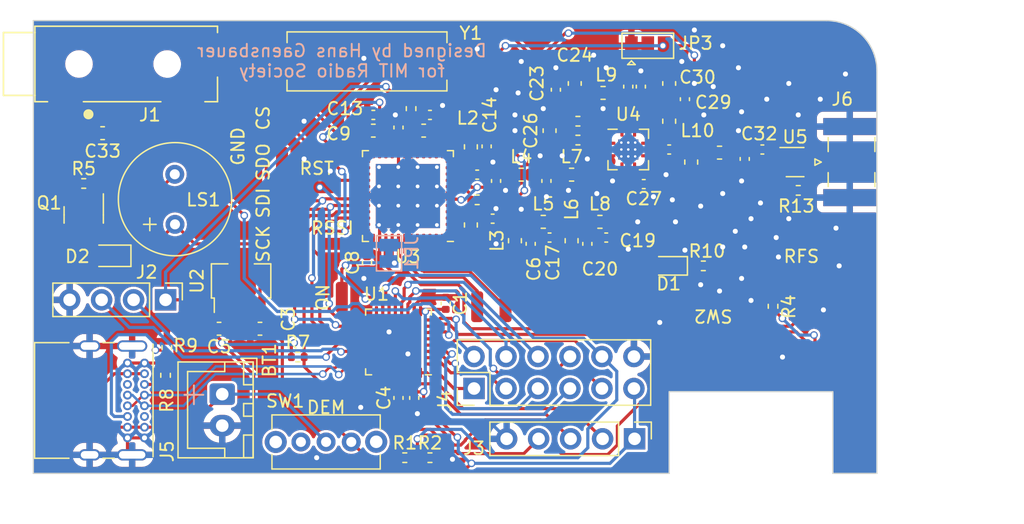
<source format=kicad_pcb>
(kicad_pcb (version 20221018) (generator pcbnew)
  (layers (0 "F.Cu" signal) (31 "B.Cu" signal) (34 "B.Paste" user) (35 "F.Paste" user) (36 "B.SilkS" user "B.Silkscreen") (37 "F.SilkS" user "F.Silkscreen") (38 "B.Mask" user) (39 "F.Mask" user) (44 "Edge.Cuts" user))
  (net 0 "")
  (net 1 "Net-(BT1-Pad1)")
  (net 2 "GND")
  (net 3 "+3V3")
  (net 4 "+5V")
  (net 5 "Net-(C4-Pad2)")
  (net 6 "Net-(C8-Pad2)")
  (net 7 "Net-(C13-Pad2)")
  (net 8 "/AVCC")
  (net 9 "Net-(C11-Pad2)")
  (net 10 "Net-(C12-Pad1)")
  (net 11 "Net-(C12-Pad2)")
  (net 12 "Net-(C15-Pad1)")
  (net 13 "Net-(C15-Pad2)")
  (net 14 "Net-(C18-Pad1)")
  (net 15 "Net-(C21-Pad2)")
  (net 16 "Net-(C25-Pad2)")
  (net 17 "Net-(C27-Pad2)")
  (net 18 "Net-(C28-Pad2)")
  (net 19 "Net-(C31-Pad1)")
  (net 20 "Net-(C32-Pad1)")
  (net 21 "Net-(C33-Pad2)")
  (net 22 "Net-(D1-Pad1)")
  (net 23 "Net-(C17-Pad1)")
  (net 24 "Net-(C19-Pad1)")
  (net 25 "Net-(C28-Pad1)")
  (net 26 "Net-(D1-Pad2)")
  (net 27 "/TX")
  (net 28 "/RX")
  (net 29 "/SWCLK")
  (net 30 "/SWDIO")
  (net 31 "/~{uC_RST}")
  (net 32 "/IO1")
  (net 33 "/IO6")
  (net 34 "/IO2")
  (net 35 "/IO7")
  (net 36 "/IO3")
  (net 37 "/IO8")
  (net 38 "/IO4")
  (net 39 "/IO9")
  (net 40 "/IO5")
  (net 41 "/IO10")
  (net 42 "Net-(J5-PadA5)")
  (net 43 "/USB_D+")
  (net 44 "/USB_D-")
  (net 46 "Net-(J5-PadB5)")
  (net 48 "Net-(JP1-Pad1)")
  (net 49 "Net-(L7-Pad2)")
  (net 50 "Net-(D2-Pad2)")
  (net 51 "Net-(Q1-Pad1)")
  (net 52 "Net-(R4-Pad2)")
  (net 53 "Net-(R6-Pad2)")
  (net 54 "/DEM")
  (net 55 "Net-(R11-Pad2)")
  (net 56 "Net-(R12-Pad2)")
  (net 57 "/RFS")
  (net 60 "Net-(TP2-Pad1)")
  (net 61 "Net-(TP3-Pad1)")
  (net 62 "Net-(TP4-Pad1)")
  (net 63 "Net-(TP5-Pad1)")
  (net 64 "Net-(TP6-Pad1)")
  (net 65 "Net-(TP7-Pad1)")
  (net 66 "Net-(TP9-Pad1)")
  (net 67 "/RESET")
  (net 68 "/IO11")
  (net 69 "/TMDI")
  (net 70 "/SCK")
  (net 71 "/CS")
  (net 72 "/TMDO")
  (net 84 "Net-(U3-Pad24)")
  (net 85 "Net-(U3-Pad25)")
  (net 93 "Net-(J1-PadT)")
  (net 94 "Net-(J1-PadTN)")
  (net 95 "Net-(J6-Pad1)")
  (footprint "Inductor_SMD:L_0603_1608Metric" (layer "F.Cu") (at 158.5 94)
    (fp_text reference "L5")
    (fp_text value "3.9n")
  )
  (footprint "W1MX:1825232-1" (layer "F.Cu") (at 141.25 111.5)
    (fp_text reference "SW1")
    (fp_text value "SW_SPDT")
  )
  (footprint "W1MX:CMT-9648-85T" (layer "F.Cu") (at 129.25 92.2 90)
    (fp_text reference "LS1")
    (fp_text value "Speaker")
  )
  (footprint "Capacitor_SMD:C_0402_1005Metric" (layer "F.Cu") (at 159.5 83.5 -90)
    (fp_text reference "C23")
    (fp_text value "100p")
  )
  (footprint "Capacitor_SMD:C_0603_1608Metric" (layer "F.Cu") (at 159 86.75 -90)
    (fp_text reference "C26")
    (fp_text value "1u")
  )
  (footprint "Package_DFN_QFN:QFN-12-1EP_3x3mm_P0.5mm_EP1.6x1.6mm_ThermalVias" (layer "F.Cu") (at 165.25 88.25)
    (fp_text reference "U4")
    (fp_text value "MMZ09332BT1")
  )
  (footprint "Inductor_SMD:L_0603_1608Metric" (layer "F.Cu") (at 170.25 89.25 90)
    (fp_text reference "L11" hide)
    (fp_text value "22n")
  )
  (footprint "Resistor_SMD:R_0402_1005Metric" (layer "F.Cu") (at 147.5 112.75)
    (fp_text reference "R1")
    (fp_text value "10k")
  )
  (footprint "Capacitor_SMD:C_0603_1608Metric" (layer "F.Cu") (at 168.5 83 -90)
    (fp_text reference "C30")
    (fp_text value "4.7u")
  )
  (footprint "Inductor_SMD:L_0603_1608Metric" (layer "F.Cu") (at 163 94)
    (fp_text reference "L8")
    (fp_text value "3.9n")
  )
  (footprint "Inductor_SMD:L_0603_1608Metric" (layer "F.Cu") (at 163.25 83.75)
    (fp_text reference "L9")
    (fp_text value "3.9n")
  )
  (footprint "Capacitor_SMD:C_0402_1005Metric" (layer "F.Cu") (at 148.25 108 90)
    (fp_text reference "C2" hide)
    (fp_text value "100n")
  )
  (footprint "Package_DFN_QFN:QFN-32-1EP_5x5mm_P0.5mm_EP3.6x3.6mm" (layer "F.Cu") (at 147 103.55 180)
    (fp_text reference "U1")
    (fp_text value "ATSAMD21E17D-M")
  )
  (footprint "Capacitor_SMD:C_0402_1005Metric" (layer "F.Cu") (at 153.25 90.25 180)
    (fp_text reference "C15" hide)
    (fp_text value "C_Small")
  )
  (footprint "Connector_JST:JST_XH_B2B-XH-A_1x02_P2.50mm_Vertical" (layer "F.Cu") (at 133 107.7 -90)
    (fp_text reference "BT1")
    (fp_text value "Battery")
  )
  (footprint "Capacitor_SMD:C_0402_1005Metric" (layer "F.Cu") (at 149.5 85.5 180)
    (fp_text reference "C10" hide)
    (fp_text value "68n")
  )
  (footprint "Capacitor_SMD:C_0402_1005Metric" (layer "F.Cu") (at 157.5 95.75 90)
    (fp_text reference "C6")
    (fp_text value "2.4p")
  )
  (footprint "Capacitor_SMD:C_0402_1005Metric" (layer "F.Cu") (at 154.75 90.75 -90)
    (fp_text reference "C16" hide)
    (fp_text value "C_Small")
  )
  (footprint "Connector_PinHeader_2.54mm:PinHeader_1x04_P2.54mm_Vertical" (layer "F.Cu") (at 128.5 100.2 -90)
    (fp_text reference "J2")
    (fp_text value "Conn_01x04_Male")
  )
  (footprint "Inductor_SMD:L_0603_1608Metric" (layer "F.Cu") (at 156.25 95.5 90)
    (fp_text reference "L3")
    (fp_text value "3.9n")
  )
  (footprint "Capacitor_SMD:C_0402_1005Metric" (layer "F.Cu") (at 150.75 100.48 -90)
    (fp_text reference "C1")
    (fp_text value "100n")
  )
  (footprint "W1MX:CUI_MJ-3523-SMT" (layer "F.Cu") (at 125.375 81.45 180)
    (fp_text reference "J1")
    (fp_text value "AudioJack2_SwitchT")
  )
  (footprint "W1MX:RCU-0603" (layer "F.Cu") (at 155.5 100.75 90)
    (fp_text reference "TP5" hide)
    (fp_text value "TestPoint")
  )
  (footprint "Capacitor_SMD:C_0402_1005Metric" (layer "F.Cu") (at 147 108 90)
    (fp_text reference "C4")
    (fp_text value "C_Small")
  )
  (footprint "W1MX:RCU-0603" (layer "F.Cu") (at 153.25 100.75 90)
    (fp_text reference "TP6" hide)
    (fp_text value "TestPoint")
  )
  (footprint "Capacitor_SMD:C_0402_1005Metric" (layer "F.Cu") (at 175.9 88.25 180)
    (fp_text reference "C32")
    (fp_text value "1n")
  )
  (footprint "Package_TO_SOT_SMD:SOT-23" (layer "F.Cu") (at 122 93.45 -90)
    (fp_text reference "Q1")
    (fp_text value "3904")
  )
  (footprint "Capacitor_SMD:C_0402_1005Metric" (layer "F.Cu") (at 163.5 95.25 180)
    (fp_text reference "C19")
    (fp_text value "2.4p")
  )
  (footprint "Capacitor_SMD:C_0402_1005Metric" (layer "F.Cu") (at 165.25 83.25 -90)
    (fp_text reference "C25" hide)
    (fp_text value "2.4p")
  )
  (footprint "W1MX:HC49US-SMD" (layer "F.Cu") (at 144.5 81.25)
    (fp_text reference "Y1")
    (fp_text value "13.52127Meg")
  )
  (footprint "Diode_SMD:D_SOD-323" (layer "F.Cu") (at 124.25 96.7 180)
    (fp_text reference "D2")
    (fp_text value "D_Small")
  )
  (footprint "Resistor_SMD:R_0402_1005Metric" (layer "F.Cu") (at 161.25 86)
    (fp_text reference "R12" hide)
    (fp_text value "2k")
  )
  (footprint "Capacitor_SMD:C_0402_1005Metric" (layer "F.Cu") (at 166.48 91 180)
    (fp_text reference "C27")
    (fp_text value "100p")
  )
  (footprint "W1MX:RCU-0603" (layer "F.Cu") (at 137.75 92.75 90)
    (fp_text reference "TP12" hide)
    (fp_text value "TestPoint")
  )
  (footprint "Capacitor_SMD:C_0402_1005Metric" (layer "F.Cu") (at 158.75 90.75 -90)
    (fp_text reference "C18" hide)
    (fp_text value "C_Small")
  )
  (footprint "Capacitor_SMD:C_0603_1608Metric" (layer "F.Cu") (at 123.5 86.95 180)
    (fp_text reference "C33")
    (fp_text value "2.2u")
  )
  (footprint "Resistor_SMD:R_0402_1005Metric" (layer "F.Cu") (at 171.2125 97.5)
    (fp_text reference "R10")
    (fp_text value "5.1k")
  )
  (footprint "Package_TO_SOT_SMD:SOT-363_SC-70-6" (layer "F.Cu") (at 178.5 89.25)
    (fp_text reference "U5")
    (fp_text value "PE42421SCAA-Z")
  )
  (footprint "W1MX:SMA_Samtec_SMA-J-P-X-ST-EM1_EdgeMount" (layer "F.Cu") (at 182.8375 89.25 90)
    (fp_text reference "J6")
    (fp_text value "Conn_Coaxial")
  )
  (footprint "W1MX:RCU-0603" (layer "F.Cu") (at 140.75 91.25)
    (fp_text reference "TP10" hide)
    (fp_text value "TestPoint")
  )
  (footprint "Inductor_SMD:L_0603_1608Metric" (layer "F.Cu") (at 152.75 88.0375 -90)
    (fp_text reference "L2")
    (fp_text value "120n")
  )
  (footprint "Resistor_SMD:R_0402_1005Metric" (layer "F.Cu") (at 128.6 104 90)
    (fp_text reference "R9")
    (fp_text value "5.1k")
  )
  (footprint "Inductor_SMD:L_0603_1608Metric" (layer "F.Cu") (at 160.75 90.25)
    (fp_text reference "L7")
    (fp_text value "3.9n")
  )
  (footprint "Capacitor_SMD:C_0603_1608Metric" (layer "F.Cu") (at 132.75 102.5 180)
    (fp_text reference "C5")
    (fp_text value "2.2u")
  )
  (footprint "Resistor_SMD:R_0402_1005Metric" (layer "F.Cu") (at 148 85 90)
    (fp_text reference "JP2" hide)
    (fp_text value "SolderJumper_2_Open")
  )
  (footprint "Resistor_SMD:R_0402_1005Metric" (layer "F.Cu") (at 153.25 92.25 180)
    (fp_text reference "R6" hide)
    (fp_text value "22k")
  )
  (footprint "Resistor_SMD:R_0402_1005Metric" (layer "F.Cu") (at 139 104.75)
    (fp_text reference "R7")
    (fp_text value "10k")
  )
  (footprint "Capacitor_SMD:C_0603_1608Metric" (layer "F.Cu") (at 161 83 -90)
    (fp_text reference "C24")
    (fp_text value "1u")
  )
  (footprint "Capacitor_SMD:C_0402_1005Metric" (layer "F.Cu") (at 159 95.25 180)
    (fp_text reference "C17")
    (fp_text value "2.4p")
  )
  (footprint "Inductor_SMD:L_0603_1608Metric" (layer "F.Cu") (at 156.75 90.25)
    (fp_text reference "L4")
    (fp_text value "L_Small")
  )
  (footprint "W1MX:RCU-0603" (layer "F.Cu") (at 137.75 96.25 -90)
    (fp_text reference "TP13" hide)
    (fp_text value "TestPoint")
  )
  (footprint "Resistor_SMD:R_0402_1005Metric" (layer "F.Cu") (at 149.5 112.75)
    (fp_text reference "R2")
    (fp_text value "10k")
  )
  (footprint "W1MX:RCU-0603" (layer "F.Cu") (at 142.5 100 -90)
    (fp_text reference "TP1" hide)
    (fp_text value "TestPoint")
  )
  (footprint "Capacitor_SMD:C_0402_1005Metric" (layer "F.Cu") (at 166.25 83.25 -90)
    (fp_text reference "C21" hide)
    (fp_text value "100p")
  )
  (footprint "Inductor_SMD:L_0603_1608Metric" (layer "F.Cu") (at 172.5 88.5 180)
    (fp_text reference "L12" hide)
    (fp_text value "5.6n")
  )
  (footprint "Resistor_SMD:R_0402_1005Metric" (layer "F.Cu") (at 128.5 106.2 90)
    (fp_text reference "R8")
    (fp_text value "5.1k")
  )
  (footprint "Connector_PinHeader_2.54mm:PinHeader_2x06_P2.54mm_Vertical" (layer "F.Cu") (at 153 107.25 90)
    (fp_text reference "J4")
    (fp_text value "Conn_02x06_Odd_Even")
  )
  (footprint "W1MX:RCU-0603" (layer "F.Cu") (at 142 95.75)
    (fp_text reference "TP9" hide)
    (fp_text value "TestPoint")
  )
  (footprint "W1MX:RCU-0603" (layer "F.Cu") (at 160 100.75 90)
    (fp_text reference "TP3" hide)
    (fp_text value "TestPoint")
  )
  (footprint "Resistor_SMD:R_0402_1005Metric" (layer "F.Cu") (at 122 90.95)
    (fp_text reference "R5")
    (fp_text value "100")
  )
  (footprint "Inductor_SMD:L_0603_1608Metric" (layer "F.Cu") (at 168.5 86 90)
    (fp_text reference "L10")
    (fp_text value "12n")
  )
  (footprint "W1MX:TQFN-48-1EP_7x7mm_P0.5mm_EP5.1x5.1mm_ThermalVias" (layer "F.Cu") (at 147.75 91.95 180)
    (fp_text reference "U3")
    (fp_text value "ATA5425-PLQW")
  )
  (footprint "W1MX:RCU-0603" (layer "F.Cu") (at 141.25 107.25)
    (fp_text reference "TP8" hide)
    (fp_text value "TestPoint")
  )
  (footprint "W1MX:RCU-0603" (layer "F.Cu") (at 179.25 98.25 180)
    (fp_text reference "TP11" hide)
    (fp_text value "TestPoint")
  )
  (footprint "LED_SMD:LED_0603_1608Metric" (layer "F.Cu") (at 168.4625 97.5 180)
    (fp_text reference "D1")
    (fp_text value "LED_Small")
  )
  (footprint "Connector_PinHeader_2.54mm:PinHeader_1x05_P2.54mm_Vertical" (layer "F.Cu") (at 165.75 111.25 -90)
    (fp_text reference "J3")
    (fp_text value "Conn_01x05_Male")
  )
  (footprint "Capacitor_SMD:C_0402_1005Metric" (layer "F.Cu") (at 174.5 89 -90)
    (fp_text reference "C31" hide)
    (fp_text value "18p" hide)
  )
  (footprint "Capacitor_SMD:C_0603_1608Metric" (layer "F.Cu") (at 149 86.75)
    (fp_text reference "C7" hide)
    (fp_text value "2.2u")
  )
  (footprint "Package_TO_SOT_SMD:SOT-89-3" (layer "F.Cu") (at 134.5 99 90)
    (fp_text reference "U2")
    (fp_text value "AP7370")
  )
  (footprint "W1MX:RCU-0603" (layer "F.Cu") (at 157.75 100.75 90)
    (fp_text reference "TP4" hide)
    (fp_text value "TestPoint")
  )
  (footprint "Capacitor_SMD:C_0402_1005Metric" (layer "F.Cu") (at 154 88 90)
    (fp_text reference "C14")
    (fp_text value "10n")
  )
  (footprint "W1MX:RCU-0603" (layer "F.Cu") (at 137.75 89.25 90)
    (fp_text reference "TP15" hide)
    (fp_text value "TestPoint")
  )
  (footprint "Inductor_SMD:L_0603_1608Metric" (layer "F.Cu") (at 160.75 95.5 90)
    (fp_text reference "L6")
    (fp_text value "3.9n")
  )
  (footprint "Capacitor_SMD:C_0402_1005Metric" (layer "F.Cu") (at 154.48 93.75)
    (fp_text reference "C12" hide)
    (fp_text value "C_Small")
  )
  (footprint "Capacitor_SMD:C_0402_1005Metric" (layer "F.Cu") (at 144.5 97.25 90)
    (fp_text reference "C8")
    (fp_text value "15n")
  )
  (footprint "W1MX:RCU-0603" (layer "F.Cu") (at 164.5 100.75 90)
    (fp_text reference "TP7" hide)
    (fp_text value "TestPoint")
  )
  (footprint "Capacitor_SMD:C_0402_1005Metric" (layer "F.Cu") (at 168.5 88.25)
    (fp_text reference "C28" hide)
    (fp_text value "220p")
  )
  (footprint "W1MX:RCU-0603" (layer "F.Cu") (at 134.25 84.75 90)
    (fp_text reference "TP16" hide)
    (fp_text value "TestPoint")
  )
  (footprint "Capacitor_SMD:C_0603_1608Metric" (layer "F.Cu") (at 136 102.5)
    (fp_text reference "C3")
    (fp_text value "2.2u")
  )
  (footprint "Resistor_SMD:R_0402_1005Metric" (layer "F.Cu") (at 161.25 87.5)
    (fp_text reference "R11" hide)
    (fp_text value "1.8k")
  )
  (footprint "W1MX:RCU-0603" (layer "F.Cu") (at 137.75 85.75 90)
    (fp_text reference "TP14" hide)
    (fp_text value "TestPoint")
  )
  (footprint "Capacitor_SMD:C_0603_1608Metric" (layer "F.Cu") (at 145 86.75)
    (fp_text reference "C9")
    (fp_text value "2.2u")
  )
  (footprint "Inductor_SMD:L_0603_1608Metric" (layer "F.Cu") (at 152.75 94.25 90)
    (fp_text reference "L1" hide)
    (fp_text value "L_Small")
  )
  (footprint "Capacitor_SMD:C_0402_1005Metric" (layer "F.Cu") (at 162 95.75 90)
    (fp_text reference "C20")
    (fp_text value "2.4p")
  )
  (footprint "Resistor_SMD:R_0402_1005Metric" (layer "F.Cu") (at 178.75 91.5)
    (fp_text reference "R13")
    (fp_text value "1k")
  )
  (footprint "W1MX:SS0750301F040P1A-Sideways" (layer "F.Cu") (at 175 107.4875 90)
    (fp_text reference "SW2")
    (fp_text value "SW_SPDT")
  )
  (footprint "W1MX:USB_C_Receptacle_GCT_USB4085" (layer "F.Cu") (at 126.825 105.225 -90)
    (fp_text reference "J5")
    (fp_text value "USB_C_Receptacle_USB2.0")
  )
  (footprint "Capacitor_SMD:C_0402_1005Metric" (layer "F.Cu") (at 145 85.5)
    (fp_text reference "C13")
    (fp_text value "68n")
  )
  (footprint "Capacitor_SMD:C_0402_1005Metric" (layer "F.Cu") (at 169.75 84.25 -90)
    (fp_text reference "C29")
    (fp_text value "1n")
  )
  (footprint "Capacitor_SMD:C_0402_1005Metric" (layer "F.Cu") (at 147 86.5 -90)
    (fp_text reference "C11" hide)
    (fp_text value "68n")
  )
  (footprint "Jumper:SolderJumper-3_P1.3mm_Bridged12_Pad1.0x1.5mm" (layer "F.Cu") (at 166.8 80)
    (fp_text reference "JP3")
    (fp_text value "SolderJumper_3_Bridged12")
  )
  (footprint "W1MX:RCU-0603" (layer "F.Cu") (at 162.25 100.75 90)
    (fp_text reference "TP2" hide)
    (fp_text value "TestPoint")
  )
  (footprint "Resistor_SMD:R_0402_1005Metric" (layer "F.Cu") (at 176.75 100.715 -90)
    (fp_text reference "R4")
    (fp_text value "10k")
  )
  (footprint "Jumper:SolderJumper-2_P1.3mm_Bridged_Pad1.0x1.5mm" (layer "B.Cu") (at 146.25 96.5 90)
    (fp_text reference "JP1")
    (fp_text value "SolderJumper_2_Bridged")
  )
  (gr_line (start 130.75 107) (end 130.75 108.5) (stroke (width 0.15)) (layer "B.SilkS"))
  (gr_line (start 130 107.75) (end 131.5 107.75) (stroke (width 0.15)) (layer "B.SilkS"))
  (gr_line (start 168.5 114) (end 118 114) (stroke (width 0.1)) (layer "Edge.Cuts"))
  (gr_line (start 118 78) (end 181 78) (stroke (width 0.1)) (layer "Edge.Cuts"))
  (gr_line (start 185 82) (end 185 114) (stroke (width 0.1)) (layer "Edge.Cuts"))
  (gr_arc (start 181 78) (mid 183.828427 79.171573) (end 185 82) (stroke (width 0.1)) (layer "Edge.Cuts"))
  (gr_line (start 185 114) (end 181.5 114) (stroke (width 0.1)) (layer "Edge.Cuts"))
  (gr_line (start 181.5 107.5) (end 168.5 107.5) (stroke (width 0.1)) (layer "Edge.Cuts"))
  (gr_line (start 181.5 114) (end 181.5 107.5) (stroke (width 0.1)) (layer "Edge.Cuts"))
  (gr_line (start 168.5 107.5) (end 168.5 114) (stroke (width 0.1)) (layer "Edge.Cuts"))
  (gr_line (start 118 114) (end 118 78) (stroke (width 0.1)) (layer "Edge.Cuts"))
  (gr_text "Designed by Hans Gaensbauer\nfor MIT Radio Society" (at 142.5 81.2) (layer "B.SilkS") (effects (font (size 1 1)) (justify mirror)))
  (gr_text "RSSI" (at 141.75 94.5) (layer "F.SilkS") (effects (font (size 1 1))))
  (gr_text "GND" (at 134.25 88 90) (layer "F.SilkS") (effects (font (size 1 1))))
  (gr_text "RST" (at 140.5 89.75) (layer "F.SilkS") (effects (font (size 1 1))))
  (gr_text "SDI" (at 136.25 92.5 90) (layer "F.SilkS") (effects (font (size 1 1))))
  (gr_text "SCK" (at 136.25 95.75 90) (layer "F.SilkS") (effects (font (size 1 1))))
  (gr_text "SDO" (at 136.25 89.25 90) (layer "F.SilkS") (effects (font (size 1 1))))
  (gr_text "CS" (at 136.25 85.75 90) (layer "F.SilkS") (effects (font (size 1 1))))
  (gr_text "DEM" (at 141.25 108.75) (layer "F.SilkS") (effects (font (size 1 1))))
  (gr_text "RFS" (at 179 96.75) (layer "F.SilkS") (effects (font (size 1 1))))
  (gr_text "ON" (at 141 100 90) (layer "F.SilkS") (effects (font (size 1 1))))
  (segment (start 123.5 109.394974) (end 123.5 107.005026) (width 0.25) (layer "F.Cu") (net 1))
  (segment (start 123.5 107.005026) (end 124.430026 106.075) (width 0.25) (layer "F.Cu") (net 1))
  (segment (start 130.375 110.325) (end 124.430026 110.325) (width 0.25) (layer "F.Cu") (net 1))
  (segment (start 124.430026 110.325) (end 123.5 109.394974) (width 0.25) (layer "F.Cu") (net 1))
  (segment (start 124.430026 106.075) (end 126.825 106.075) (width 0.25) (layer "F.Cu") (net 1))
  (segment (start 133 107.7) (end 130.375 110.325) (width 0.25) (layer "F.Cu") (net 1))
  (segment (start 137.45 107.7) (end 140.75 111) (width 0.25) (layer "B.Cu") (net 1))
  (segment (start 140.75 111) (end 141.25 111) (width 0.25) (layer "B.Cu") (net 1))
  (segment (start 133 107.7) (end 137.45 107.7) (width 0.25) (layer "B.Cu") (net 1))
  (segment (start 128.035 105.225) (end 128.5 105.69) (width 0.25) (layer "F.Cu") (net 2))
  (segment (start 125.475 105.225) (end 128.035 105.225) (width 0.25) (layer "F.Cu") (net 2))
  (segment (start 144.225 86.75) (end 144.225 85.795) (width 0.25) (layer "F.Cu") (net 2))
  (segment (start 168.525 82.225) (end 169.5 81.25) (width 0.25) (layer "F.Cu") (net 2))
  (segment (start 147 103.75) (end 147.75 104.5) (width 0.25) (layer "F.Cu") (net 2))
  (segment (start 159 85.975) (end 159 85.5) (width 0.25) (layer "F.Cu") (net 2))
  (segment (start 153.76 92.25) (end 154.048269 92.25) (width 0.25) (layer "F.Cu") (net 2))
  (segment (start 146.36548 107.85241) (end 146.99307 108.48) (width 0.25) (layer "F.Cu") (net 2))
  (segment (start 147 86.02) (end 147 85.75) (width 0.25) (layer "F.Cu") (net 2))
  (segment (start 146.99307 108.48) (end 147 108.48) (width 0.25) (layer "F.Cu") (net 2))
  (segment (start 147 108.48) (end 148.25 108.48) (width 0.25) (layer "F.Cu") (net 2))
  (segment (start 155.2875 96.2875) (end 154.75 95.75) (width 0.25) (layer "F.Cu") (net 2))
  (segment (start 168.5 82.225) (end 168.525 82.225) (width 0.25) (layer "F.Cu") (net 2))
  (segment (start 154 88.48) (end 154 88.75) (width 0.25) (layer "F.Cu") (net 2))
  (segment (start 148.25 109) (end 148.5 109.25) (width 0.25) (layer "F.Cu") (net 2))
  (segment (start 166.96 91.71) (end 167.25 92) (width 0.25) (layer "F.Cu") (net 2))
  (segment (start 169.75 83.75) (end 170.5 83) (width 0.25) (layer "F.Cu") (net 2))
  (segment (start 125.475 112.525) (end 125.475 111.175) (width 0.25) (layer "F.Cu") (net 2))
  (segment (start 171.7225 98.7225) (end 172.5 99.5) (width 0.25) (layer "F.Cu") (net 2))
  (segment (start 148.25 100.667662) (end 148.34754 100.570122) (width 0.25) (layer "F.Cu") (net 2))
  (segment (start 147 85.75) (end 146.75 85.5) (width 0.25) (layer "F.Cu") (net 2))
  (segment (start 159 85.5) (end 158.5 85) (width 0.25) (layer "F.Cu") (net 2))
  (segment (start 148.34754 100.570122) (end 148.347539 100.555133) (width 0.25) (layer "F.Cu") (net 2))
  (segment (start 159.975 82.225) (end 159.5 81.75) (width 0.25) (layer "F.Cu") (net 2))
  (segment (start 145.5 94.3) (end 145.45 94.25) (width 0.25) (layer "F.Cu") (net 2))
  (segment (start 169.75 83.77) (end 169.75 83.75) (width 0.25) (layer "F.Cu") (net 2))
  (segment (start 133.525 102.5) (end 135.225 102.5) (width 0.25) (layer "F.Cu") (net 2))
  (segment (start 125.475 111.175) (end 126.825 111.175) (width 0.25) (layer "F.Cu") (net 2))
  (segment (start 144.225 85.795) (end 144.52 85.5) (width 0.25) (layer "F.Cu") (net 2))
  (segment (start 147 103.55) (end 147 103.75) (width 0.25) (layer "F.Cu") (net 2))
  (segment (start 145.5 95.3875) (end 145.5 97.25) (width 0.25) (layer "F.Cu") (net 2))
  (segment (start 145.5 88.5125) (end 145.5 88.025) (width 0.25) (layer "F.Cu") (net 2))
  (segment (start 148.25 101.1) (end 148.25 100.667662) (width 0.25) (layer "F.Cu") (net 2))
  (segment (start 166.96 91) (end 166.96 91.71) (width 0.25) (layer "F.Cu") (net 2))
  (segment (start 147 88.5125) (end 147 89.633333) (width 0.25) (layer "F.Cu") (net 2))
  (segment (start 146.75 106) (end 146.75 103.8) (width 0.25) (layer "F.Cu") (net 2))
  (segment (start 149.775 86.75) (end 149.775 85.705) (width 0.25) (layer "F.Cu") (net 2))
  (segment (start 146.75 106.80307) (end 146.36548 107.18759) (width 0.25) (layer "F.Cu") (net 2))
  (segment (start 154.048269 92.25) (end 154.743375 92.945106) (width 0.25) (layer "F.Cu") (net 2))
  (segment (start 150.01 112.75) (end 151.161427 112.75) (width 0.25) (layer "F.Cu") (net 2))
  (segment (start 148.25 102.3) (end 147 103.55) (width 0.25) (layer "F.Cu") (net 2))
  (segment (start 166.25 82.77) (end 166.25 82) (width 0.25) (layer "F.Cu") (net 2))
  (segment (start 149.775 85.705) (end 149.98 85.5) (width 0.25) (layer "F.Cu") (net 2))
  (segment (start 146.75 103.8) (end 147 103.55) (width 0.25) (layer "F.Cu") (net 2))
  (segment (start 121.915 112.525) (end 125.475 112.525) (width 0.25) (layer "F.Cu") (net 2))
  (segment (start 165.5 80) (end 165.5 82.52) (width 0.25) (layer "F.Cu") (net 2))
  (segment (start 156.25 96.2875) (end 155.2875 96.2875) (width 0.25) (layer "F.Cu") (net 2))
  (segment (start 171.7225 97.5) (end 171.7225 98.7225) (width 0.25) (layer "F.Cu") (net 2))
  (segment (start 147 103.5) (end 146.25 102.75) (width 0.25) (layer "F.Cu") (net 2))
  (segment (start 155.23 91.23) (end 155.5 91.5) (width 0.25) (layer "F.Cu") (net 2))
  (segment (start 148.347539 100.555133) (end 148.902672 100) (width 0.25) (layer "F.Cu") (net 2))
  (segment (start 144.25 98.5) (end 144.25 97.98) (width 0.25) (layer "F.Cu") (net 2))
  (segment (start 144.25 97.98) (end 144.5 97.73) (width 0.25) (layer "F.Cu") (net 2))
  (segment (start 148.902672 100) (end 150.75 100) (width 0.25) (layer "F.Cu") (net 2))
  (segment (start 147 89.633333) (end 146.983333 89.65) (width 0.25) (layer "F.Cu") (net 2))
  (segment (start 149.98 85.5) (end 149.98 85.27) (width 0.25) (layer "F.Cu") (net 2))
  (segment (start 154.75 91.23) (end 155.23 91.23) (width 0.25) (layer "F.Cu") (net 2))
  (segment (start 145.5 95.3875) (end 145.5 94.3) (width 0.25) (layer "F.Cu") (net 2))
  (segment (start 145.5 88.025) (end 144.225 86.75) (width 0.25) (layer "F.Cu") (net 2))
  (segment (start 148.25 108.48) (end 148.25 109) (width 0.25) (layer "F.Cu") (net 2))
  (segment (start 147 103.55) (end 147 103.5) (width 0.25) (layer "F.Cu") (net 2))
  (segment (start 146.75 106) (end 146.75 106.80307) (width 0.25) (layer "F.Cu") (net 2))
  (segment (start 158.75 91.23) (end 158.75 92) (width 0.25) (layer "F.Cu") (net 2))
  (segment (start 161 82.225) (end 159.975 82.225) (width 0.25) (layer "F.Cu") (net 2))
  (segment (start 154 88.75) (end 154.5 89.25) (width 0.25) (layer "F.Cu") (net 2))
  (segment (start 165.5 82.52) (end 165.25 82.77) (width 0.25) (layer "F.Cu") (net 2))
  (segment (start 148.25 101.1) (end 148.25 102.3) (width 0.25) (layer "F.Cu") (net 2))
  (segment (start 149.98 85.27) (end 150.5 84.75) (width 0.25) (layer "F.Cu") (net 2))
  (segment (start 146.36548 107.18759) (end 146.36548 107.85241) (width 0.25) (layer "F.Cu") (net 2))
  (segment (start 151.161427 112.75) (end 151.286927 112.8755) (width 0.25) (layer "F.Cu") (net 2))
  (segment (start 145.5 97.25) (end 144.25 98.5) (width 0.25) (layer "F.Cu") (net 2))
  (via (at 169.75 96.25) (size 0.6) (drill 0.4) (layers "F.Cu" "B.Cu") (net 2))
  (via (at 172.5 99.5) (size 0.6) (drill 0.4) (layers "F.Cu" "B.Cu") (net 2))
  (via (at 178 83) (size 0.6) (drill 0.4) (layers "F.Cu" "B.Cu") (net 2))
  (via (at 170.5 78.75) (size 0.6) (drill 0.4) (layers "F.Cu" "B.Cu") (net 2))
  (via (at 156.25 85.5) (size 0.6) (drill 0.4) (layers "F.Cu" "B.Cu") (net 2))
  (via (at 177.177203 96.794026) (size 0.6) (drill 0.4) (layers "F.Cu" "B.Cu") (net 2))
  (via (at 180.5 84.25) (size 0.6) (drill 0.4) (layers "F.Cu" "B.Cu") (net 2))
  (via (at 175 100.25) (size 0.6) (drill 0.4) (layers "F.Cu" "B.Cu") (net 2))
  (via (at 178 93.75) (size 0.6) (drill 0.4) (layers "F.Cu" "B.Cu") (net 2))
  (via (at 171.25 85.5) (size 0.6) (drill 0.4) (layers "F.Cu" "B.Cu") (net 2))
  (via (at 156.5 83.75) (size 0.6) (drill 0.4) (layers "F.Cu" "B.Cu") (net 2))
  (via (at 168.25 90.25) (size 0.6) (drill 0.4) (layers "F.Cu" "B.Cu") (net 2))
  (via (at 168.75 92.25) (size 0.6) (drill 0.4) (layers "F.Cu" "B.Cu") (net 2))
  (via (at 178.75 85.5) (size 0.6) (drill 0.4) (layers "F.Cu" "B.Cu") (net 2))
  (via (at 165.25 96.174001) (size 0.6) (drill 0.4) (layers "F.Cu" "B.Cu") (net 2))
  (via (at 169.5 81.25) (size 0.6) (drill 0.4) (layers "F.Cu" "B.Cu") (net 2))
  (via (at 171 99) (size 0.6) (drill 0.4) (layers "F.Cu" "B.Cu") (net 2))
  (via (at 162.75 91.75) (size 0.6) (drill 0.4) (layers "F.Cu" "B.Cu") (net 2))
  (via (at 176.25 84.25) (size 0.6) (drill 0.4) (layers "F.Cu" "B.Cu") (net 2))
  (via (at 170.5 83) (size 0.6) (drill 0.4) (layers "F.Cu" "B.Cu") (net 2))
  (via (at 154.5 89.25) (size 0.6) (drill 0.4) (layers "F.Cu" "B.Cu") (net 2))
  (via (at 153.25 80.25) (size 0.6) (drill 0.4) (layers "F.Cu" "B.Cu") (net 2))
  (via (at 162 89) (size 0.6) (drill 0.4) (layers "F.Cu" "B.Cu") (net 2))
  (via (at 166 94) (size 0.6) (drill 0.4) (layers "F.Cu" "B.Cu") (net 2))
  (via (at 155.5 91.5) (size 0.6) (drill 0.4) (layers "F.Cu" "B.Cu") (net 2))
  (via (at 174 81.75) (size 0.6) (drill 0.4) (layers "F.Cu" "B.Cu") (net 2))
  (via (at 158.75 92) (size 0.6) (drill 0.4) (layers "F.Cu" "B.Cu") (net 2))
  (via (at 172 83.25) (size 0.6) (drill 0.4) (layers "F.Cu" "B.Cu") (net 2))
  (via (at 154.75 83.5) (size 0.6) (drill 0.4) (layers "F.Cu" "B.Cu") (net 2))
  (via (at 162.5 80.75) (size 0.6) (drill 0.4) (layers "F.Cu" "B.Cu") (net 2))
  (via (at 180.75 101) (size 0.6) (drill 0.4) (layers "F.Cu" "B.Cu") (net 2))
  (via (at 147.75 104.5) (size 0.6) (drill 0.4) (layers "F.Cu" "B.Cu") (net 2))
  (via (at 174.25 85.25) (size 0.6) (drill 0.4) (layers "F.Cu" "B.Cu") (net 2))
  (via (at 158.25 88.75) (size 0.6) (drill 0.4) (layers "F.Cu" "B.Cu") (net 2))
  (via (at 156.75 93) (size 0.6) (drill 0.4) (layers "F.Cu" "B.Cu") (net 2))
  (via (at 174.25 90.75) (size 0.6) (drill 0.4) (layers "F.Cu" "B.Cu") (net 2))
  (via (at 167.75 102) (size 0.6) (drill 0.4) (layers "F.Cu" "B.Cu") (net 2))
  (via (at 177 95.25) (size 0.6) (drill 0.4) (layers "F.Cu" "B.Cu") (net 2))
  (via (at 139.5 86) (size 0.6) (drill 0.4) (layers "F.Cu" "B.Cu") (net 2))
  (via (at 175.75 92.5) (size 0.6) (drill 0.4) (layers "F.Cu" "B.Cu") (net 2))
  (via (at 172.75 96) (size 0.6) (drill 0.4) (layers "F.Cu" "B.Cu") (net 2))
  (via (at 160.5 91.5) (size 0.6) (drill 0.4) (layers "F.Cu" "B.Cu") (net 2))
  (via (at 175 93.75) (size 0.6) (drill 0.4) (layers "F.Cu" "B.Cu") (net 2))
  (via (at 182.5 82.25) (size 0.6) (drill 0.4) (layers "F.Cu" "B.Cu") (net 2))
  (via (at 169 94) (size 0.6) (drill 0.4) (layers "F.Cu" "B.Cu") (net 2))
  (via (at 144 108.75) (size 0.6) (drill 0.4) (layers "F.Cu" "B.Cu") (net 2))
  (via (at 167.25 92) (size 0.6) (drill 0.4) (layers "F.Cu" "B.Cu") (net 2))
  (via (at 158.5 85) (size 0.6) (drill 0.4) (layers "F.Cu" "B.Cu") (net 2))
  (via (at 160 88.75) (size 0.6) (drill 0.4) (layers "F.Cu" "B.Cu") (net 2))
  (via (at 156.25 86.75) (size 0.6) (drill 0.4) (layers "F.Cu" "B.Cu") (net 2))
  (via (at 148.5 109.25) (size 0.6) (drill 0.4) (layers "F.Cu" "B.Cu") (net 2))
  (via (at 144.25 81) (size 0.6) (drill 0.4) (layers "F.Cu" "B.Cu") (net 2))
  (via (at 174.5 96) (size 0.6) (drill 0.4) (layers "F.Cu" "B.Cu") (net 2))
  (via (at 146.75 85.5) (size 0.6) (drill 0.4) (layers "F.Cu" "B.Cu") (net 2))
  (via (at 181.75 94.5) (size 0.6) (drill 0.4) (layers "F.Cu" "B.Cu") (net 2))
  (via (at 182 97.5) (size 0.6) (drill 0.4) (layers "F.Cu" "B.Cu") (net 2))
  (via (at 146.25 102.75) (size 0.6) (drill 0.4) (layers "F.Cu" "B.Cu") (net 2))
  (via (at 172.75 80) (size 0.6) (drill 0.4) (layers "F.Cu" "B.Cu") (net 2))
  (via (at 171 92.75) (size 0.6) (drill 0.4) (layers "F.Cu" "B.Cu") (net 2))
  (via (at 141.583821 89.966998) (size 0.6) (drill 0.4) (layers "F.Cu" "B.Cu") (net 2))
  (via (at 166.25 82) (size 0.6) (drill 0.4) (layers "F.Cu" "B.Cu") (net 2))
  (via (at 140.5 112.75) (size 0.6) (drill 0.4) (layers "F.Cu" "B.Cu") (net 2))
  (via (at 164 90.75) (size 0.6) (drill 0.4) (layers "F.Cu" "B.Cu") (net 2))
  (via (at 151.286927 112.8755) (size 0.6) (drill 0.4) (layers "F.Cu" "B.Cu") (net 2))
  (via (at 172.75 91.75) (size 0.6) (drill 0.4) (layers "F.Cu" "B.Cu") (net 2))
  (via (at 150.5 84.75) (size 0.6) (drill 0.4) (layers "F.Cu" "B.Cu") (net 2))
  (via (at 173.75 94.75) (size 0.6) (drill 0.4) (layers "F.Cu" "B.Cu") (net 2))
  (via (at 174.25 98.5) (size 0.6) (drill 0.4) (layers "F.Cu" "B.Cu") (net 2))
  (via (at 154.743375 92.945106) (size 0.6) (drill 0.4) (layers "F.Cu" "B.Cu") (net 2))
  (via (at 174 86.75) (size 0.6) (drill 0.4) (layers "F.Cu" "B.Cu") (net 2))
  (via (at 154.75 95.75) (size 0.8) (drill 0.4) (layers "F.Cu" "B.Cu") (net 2))
  (via (at 177.5 104.75) (size 0.6) (drill 0.4) (layers "F.Cu" "B.Cu") (net 2))
  (via (at 163.5 81.75) (size 0.6) (drill 0.4) (layers "F.Cu" "B.Cu") (net 2))
  (via (at 144.25 98.5) (size 0.6) (drill 0.4) (layers "F.Cu" "B.Cu") (net 2))
  (via (at 139.5 89) (size 0.6) (drill 0.4) (layers "F.Cu" "B.Cu") (net 2))
  (via (at 156.75 81.25) (size 0.6) (drill 0.4) (layers "F.Cu" "B.Cu") (net 2))
  (via (at 163.25 85) (size 0.6) (drill 0.4) (layers "F.Cu" "B.Cu") (net 2))
  (via (at 159.5 81.75) (size 0.6) (drill 0.4) (layers "F.Cu" "B.Cu") (net 2))
  (segment (start 155.59 111.25) (end 154.34 110) (width 0.25) (layer "B.Cu") (net 2))
  (segment (start 149.25 110) (end 148.5 109.25) (width 0.25) (layer "B.Cu") (net 2))
  (segment (start 154.34 110) (end 149.25 110) (width 0.25) (layer "B.Cu") (net 2))
  (segment (start 146.64548 83.89548) (end 146 83.25) (width 0.25) (layer "F.Cu") (net 3))
  (segment (start 178.24 89.235) (end 178.24 91.5) (width 0.25) (layer "F.Cu") (net 3))
  (segment (start 155.5 80) (end 151.60452 83.89548) (width 0.25) (layer "F.Cu") (net 3))
  (segment (start 131.975 101.675) (end 133 100.65) (width 0.25) (layer "F.Cu") (net 3))
  (segment (start 148.89 100.96) (end 148.75 101.1) (width 0.25) (layer "F.Cu") (net 3))
  (segment (start 168.1 80) (end 168 80) (width 0.25) (layer "F.Cu") (net 3))
  (segment (start 148.98 107.52) (end 149 107.5) (width 0.25) (layer "F.Cu") (net 3))
  (segment (start 132.967303 103.492303) (end 131.975 102.5) (width 0.25) (layer "F.Cu") (net 3))
  (segment (start 152.5 113.5) (end 152.80049 113.19951) (width 0.25) (layer "F.Cu") (net 3))
  (segment (start 147.75 106) (end 147.75 107.02) (width 0.25) (layer "F.Cu") (net 3))
  (segment (start 128.5 100.2) (end 130.725 100.2) (width 0.25) (layer "F.Cu") (net 3))
  (segment (start 132.975 103.617802) (end 132.967303 103.625499) (width 0.25) (layer "F.Cu") (net 3))
  (segment (start 147.75 107.02) (end 148.25 107.52) (width 0.25) (layer "F.Cu") (net 3))
  (segment (start 148 85.51) (end 146 83.51) (width 0.25) (layer "F.Cu") (net 3))
  (segment (start 148.25 107.52) (end 148.98 107.52) (width 0.25) (layer "F.Cu") (net 3))
  (segment (start 150.75 100.96) (end 148.89 100.96) (width 0.25) (layer "F.Cu") (net 3))
  (segment (start 132.967303 103.625499) (end 132.967303 103.492303) (width 0.25) (layer "F.Cu") (net 3))
  (segment (start 137.25 113.5) (end 152.5 113.5) (width 0.25) (layer "F.Cu") (net 3))
  (segment (start 148 88.5125) (end 148 86.975) (width 0.25) (layer "F.Cu") (net 3))
  (segment (start 138.49 104.75) (end 138.49 103.852803) (width 0.25) (layer "F.Cu") (net 3))
  (segment (start 176 93.74) (end 176 96.5) (width 0.25) (layer "F.Cu") (net 3))
  (segment (start 135.5 111.75) (end 137.25 113.5) (width 0.25) (layer "F.Cu") (net 3))
  (segment (start 149 108.5) (end 151.6245 111.1245) (width 0.25) (layer "F.Cu") (net 3))
  (segment (start 168.1 80) (end 170.85 80) (width 0.25) (layer "F.Cu") (net 3))
  (segment (start 179.45 88.6) (end 178.875 88.6) (width 0.25) (layer "F.Cu") (net 3))
  (segment (start 176 99.455) (end 176 96.5) (width 0.25) (layer "F.Cu") (net 3))
  (segment (start 146 83.51) (end 146 83.25) (width 0.25) (layer "F.Cu") (net 3))
  (segment (start 148.5 88.5125) (end 148 88.5125) (width 0.25) (layer "F.Cu") (net 3))
  (segment (start 132.967303 103.625499) (end 135.5 106.158196) (width 0.25) (layer "F.Cu") (net 3))
  (segment (start 148 86.975) (end 148.225 86.75) (width 0.25) (layer "F.Cu") (net 3))
  (segment (start 178.24 91.5) (end 176 93.74) (width 0.25) (layer "F.Cu") (net 3))
  (segment (start 151.60452 83.89548) (end 146.64548 83.89548) (width 0.25) (layer "F.Cu") (net 3))
  (segment (start 148 85.51) (end 148 86.525) (width 0.25) (layer "F.Cu") (net 3))
  (segment (start 131.975 102.5) (end 131.975 101.675) (width 0.25) (layer "F.Cu") (net 3))
  (segment (start 130.725 100.2) (end 131.175 100.65) (width 0.25) (layer "F.Cu") (net 3))
  (segment (start 149 107.5) (end 149 108.5) (width 0.25) (layer "F.Cu") (net 3))
  (segment (start 131.175 100.65) (end 133 100.65) (width 0.25) (layer "F.Cu") (net 3))
  (segment (start 170.85 80) (end 179.45 88.6) (width 0.25) (layer "F.Cu") (net 3))
  (segment (start 148 86.525) (end 148.225 86.75) (width 0.25) (layer "F.Cu") (net 3))
  (segment (start 135.5 106.158196) (end 135.5 111.75) (width 0.25) (layer "F.Cu") (net 3))
  (segment (start 178.875 88.6) (end 178.24 89.235) (width 0.25) (layer "F.Cu") (net 3))
  (segment (start 151.6245 111.1245) (end 151.683411 111.1245) (width 0.25) (layer "F.Cu") (net 3))
  (segment (start 176.75 100.205) (end 176 99.455) (width 0.25) (layer "F.Cu") (net 3))
  (segment (start 138.49 103.852803) (end 138.717303 103.6255) (width 0.25) (layer "F.Cu") (net 3))
  (via (at 146 83.25) (size 0.6) (drill 0.4) (layers "F.Cu" "B.Cu") (net 3))
  (via (at 132.967303 103.625499) (size 0.6) (drill 0.4) (layers "F.Cu" "B.Cu") (net 3))
  (via (at 155.5 80) (size 0.6) (drill 0.4) (layers "F.Cu" "B.Cu") (net 3))
  (via (at 138.717303 103.6255) (size 0.6) (drill 0.4) (layers "F.Cu" "B.Cu") (net 3))
  (via (at 149 107.5) (size 0.6) (drill 0.4) (layers "F.Cu" "B.Cu") (net 3))
  (via (at 168 80) (size 0.6) (drill 0.4) (layers "F.Cu" "B.Cu") (net 3))
  (via (at 152.80049 113.19951) (size 0.6) (drill 0.4) (layers "F.Cu" "B.Cu") (net 3))
  (via (at 149.130567 101.124501) (size 0.6) (drill 0.4) (layers "F.Cu" "B.Cu") (net 3))
  (via (at 151.683411 111.1245) (size 0.6) (drill 0.4) (layers "F.Cu" "B.Cu") (net 3))
  (segment (start 128.5 98) (end 128.5 100.2) (width 0.25) (layer "B.Cu") (net 3))
  (segment (start 151.75 112.25) (end 151.75 111.191089) (width 0.25) (layer "B.Cu") (net 3))
  (segment (start 149 107.5) (end 149.130567 107.369433) (width 0.25) (layer "B.Cu") (net 3))
  (segment (start 165.75 111.25) (end 165.75 107.3) (width 0.25) (layer "B.Cu") (net 3))
  (segment (start 152.69951 113.19951) (end 163.80049 113.19951) (width 0.25) (layer "B.Cu") (net 3))
  (segment (start 133.091804 103.75) (end 132.967303 103.625499) (width 0.25) (layer "B.Cu") (net 3))
  (segment (start 143.25 83.25) (end 128.5 98) (width 0.25) (layer "B.Cu") (net 3))
  (segment (start 146 83.25) (end 143.25 83.25) (width 0.25) (layer "B.Cu") (net 3))
  (segment (start 165.75 107.3) (end 165.7 107.25) (width 0.25) (layer "B.Cu") (net 3))
  (segment (start 163.80049 113.19951) (end 165.75 111.25) (width 0.25) (layer "B.Cu") (net 3))
  (segment (start 149.130567 107.369433) (end 149.130567 101.124501) (width 0.25) (layer "B.Cu") (net 3))
  (segment (start 138.717303 103.6255) (end 138.592803 103.75) (width 0.25) (layer "B.Cu") (net 3))
  (segment (start 138.592803 103.75) (end 133.091804 103.75) (width 0.25) (layer "B.Cu") (net 3))
  (segment (start 151.75 111.191089) (end 151.683411 111.1245) (width 0.25) (layer "B.Cu") (net 3))
  (segment (start 168 80) (end 155.5 80) (width 0.25) (layer "B.Cu") (net 3))
  (segment (start 151.75 112.25) (end 152.69951 113.19951) (width 0.25) (layer "B.Cu") (net 3))
  (segment (start 136.775 102.5) (end 137.775 103.5) (width 0.25) (layer "F.Cu") (net 4))
  (segment (start 137.775 106.775) (end 139.25 108.25) (width 0.25) (layer "F.Cu") (net 4))
  (segment (start 156 79.25) (end 158 81.25) (width 0.25) (layer "F.Cu") (net 4))
  (segment (start 159 87.525) (end 157.875499 86.400499) (width 0.25) (layer "F.Cu") (net 4))
  (segment (start 130.8 95.75) (end 135.5 95.75) (width 0.25) (layer "F.Cu") (net 4))
  (segment (start 169.75 84.73) (end 168.9825 84.73) (width 0.25) (layer "F.Cu") (net 4))
  (segment (start 135.5 92.75) (end 135.5 95.75) (width 0.25) (layer "F.Cu") (net 4))
  (segment (start 160.715 87.525) (end 160.74 87.5) (width 0.25) (layer "F.Cu") (net 4))
  (segment (start 136 96.25) (end 136 101.725) (width 0.25) (layer "F.Cu") (net 4))
  (segment (start 136.5 79.25) (end 156 79.25) (width 0.25) (layer "F.Cu") (net 4))
  (segment (start 129.25 94.2) (end 130.8 95.75) (width 0.25) (layer "F.Cu") (net 4))
  (segment (start 137.775 103.5) (end 137.775 106.775) (width 0.25) (layer "F.Cu") (net 4))
  (segment (start 157.875499 81.374501) (end 158 81.25) (width 0.25) (layer "F.Cu") (net 4))
  (segment (start 160.25 79) (end 160.5 79) (width 0.25) (layer "F.Cu") (net 4))
  (segment (start 168.5 85.2125) (end 168.5 83.775) (width 0.25) (layer "F.Cu") (net 4))
  (segment (start 135.5 95.75) (end 136 96.25) (width 0.25) (layer "F.Cu") (net 4))
  (segment (start 144.730184 112.75) (end 144.5 112.75) (width 0.25) (layer "F.Cu") (net 4))
  (segment (start 159 87.525) (end 160.715 87.525) (width 0.25) (layer "F.Cu") (net 4))
  (segment (start 161 83.775) (end 159.705 83.775) (width 0.25) (layer "F.Cu") (net 4))
  (segment (start 157.875499 86.400499) (end 157.875499 81.374501) (width 0.25) (layer "F.Cu") (net 4))
  (segment (start 144.5 112.75) (end 143.25 111.5) (width 0.25) (layer "F.Cu") (net 4))
  (segment (start 160.74 86) (end 160.74 87.5) (width 0.25) (layer "F.Cu") (net 4))
  (segment (start 163.8125 88.25) (end 161.49 88.25) (width 0.25) (layer "F.Cu") (net 4))
  (segment (start 168.9825 84.73) (end 168.5 85.2125) (width 0.25) (layer "F.Cu") (net 4))
  (segment (start 161.025 83.75) (end 161 83.775) (width 0.25) (layer "F.Cu") (net 4))
  (segment (start 161 83.775) (end 161 85.74) (width 0.25) (layer "F.Cu") (net 4))
  (segment (start 158 81.25) (end 160.25 79) (width 0.25) (layer "F.Cu") (net 4))
  (segment (start 126.75 96.7) (end 129.25 94.2) (width 0.25) (layer "F.Cu") (net 4))
  (segment (start 136.5 91.75) (end 136.5 79.25) (width 0.25) (layer "F.Cu") (net 4))
  (segment (start 170.5 80.75) (end 170.5 81.775) (width 0.25) (layer "F.Cu") (net 4))
  (segment (start 125.3 96.7) (end 126.75 96.7) (width 0.25) (layer "F.Cu") (net 4))
  (segment (start 136 101.725) (end 136.775 102.5) (width 0.25) (layer "F.Cu") (net 4))
  (segment (start 161.49 88.25) (end 160.74 87.5) (width 0.25) (layer "F.Cu") (net 4))
  (segment (start 139.25 108.25) (end 140 108.25) (width 0.25) (layer "F.Cu") (net 4))
  (segment (start 140 108.25) (end 143.25 111.5) (width 0.25) (layer "F.Cu") (net 4))
  (segment (start 170.5 81.775) (end 168.5 83.775) (width 0.25) (layer "F.Cu") (net 4))
  (segment (start 144.730184 112.75) (end 146.99 112.75) (width 0.25) (layer "F.Cu") (net 4))
  (segment (start 162.4625 83.75) (end 161.025 83.75) (width 0.25) (layer "F.Cu") (net 4))
  (segment (start 161 85.74) (end 160.74 86) (width 0.25) (layer "F.Cu") (net 4))
  (segment (start 159.705 83.775) (end 159.5 83.98) (width 0.25) (layer "F.Cu") (net 4))
  (segment (start 135.5 92.75) (end 136.5 91.75) (width 0.25) (layer "F.Cu") (net 4))
  (segment (start 136 100.65) (end 136 101.725) (width 0.25) (layer "F.Cu") (net 4))
  (via (at 170.5 80.75) (size 0.6) (drill 0.4) (layers "F.Cu" "B.Cu") (net 4))
  (via (at 160.5 79) (size 0.6) (drill 0.4) (layers "F.Cu" "B.Cu") (net 4))
  (segment (start 160.5 79) (end 168.75 79) (width 0.25) (layer "B.Cu") (net 4))
  (segment (start 168.75 79) (end 170.5 80.75) (width 0.25) (layer "B.Cu") (net 4))
  (segment (start 147.25 107.27) (end 147.25 106) (width 0.25) (layer "F.Cu") (net 5))
  (segment (start 147 107.52) (end 147.25 107.27) (width 0.25) (layer "F.Cu") (net 5))
  (segment (start 144.5 95.8875) (end 144.5 96.77) (width 0.25) (layer "F.Cu") (net 6))
  (segment (start 145 95.3875) (end 144.5 95.8875) (width 0.25) (layer "F.Cu") (net 6))
  (segment (start 141 87.372328) (end 141 87.25) (width 0.25) (layer "F.Cu") (net 7))
  (segment (start 144.3125 90.2) (end 143.827672 90.2) (width 0.25) (layer "F.Cu") (net 7))
  (segment (start 146 86.975) (end 145.775 86.75) (width 0.25) (layer "F.Cu") (net 7))
  (segment (start 145.775 86.75) (end 145.775 85.795) (width 0.25) (layer "F.Cu") (net 7))
  (segment (start 143.827672 90.2) (end 141 87.372328) (width 0.25) (layer "F.Cu") (net 7))
  (segment (start 145.5 85.48) (end 145.48 85.5) (width 0.25) (layer "F.Cu") (net 7))
  (segment (start 145.775 85.795) (end 145.48 85.5) (width 0.25) (layer "F.Cu") (net 7))
  (segment (start 146 88.5125) (end 146 86.975) (width 0.25) (layer "F.Cu") (net 7))
  (segment (start 145.5 84.5) (end 145.5 85.48) (width 0.25) (layer "F.Cu") (net 7))
  (via (at 145.5 84.5) (size 0.6) (drill 0.4) (layers "F.Cu" "B.Cu") (net 7))
  (via (at 141 87.25) (size 0.6) (drill 0.4) (layers "F.Cu" "B.Cu") (net 7))
  (segment (start 141 87.25) (end 143.75 84.5) (width 0.25) (layer "B.Cu") (net 7))
  (segment (start 143.75 84.5) (end 145.5 84.5) (width 0.25) (layer "B.Cu") (net 7))
  (segment (start 154.677571 92.124501) (end 156.375499 92.124501) (width 0.25) (layer "F.Cu") (net 8))
  (segment (start 152.25307 90.7) (end 152.80307 91.25) (width 0.25) (layer "F.Cu") (net 8))
  (segment (start 152.75 87.25) (end 152.25 87.75) (width 0.25) (layer "F.Cu") (net 8))
  (segment (start 151.1875 90.7) (end 152.25307 90.7) (width 0.25) (layer "F.Cu") (net 8))
  (segment (start 149.02 85.5) (end 149.01 85.5) (width 0.25) (layer "F.Cu") (net 8))
  (segment (start 152.25 87.75) (end 149 87.75) (width 0.25) (layer "F.Cu") (net 8))
  (segment (start 153.80307 91.25) (end 154.677571 92.124501) (width 0.25) (layer "F.Cu") (net 8))
  (segment (start 156.375499 92.124501) (end 157 91.5) (width 0.25) (layer "F.Cu") (net 8))
  (segment (start 154 87.52) (end 153.02 87.52) (width 0.25) (layer "F.Cu") (net 8))
  (segment (start 151.9205 92.2) (end 151.9705 92.25) (width 0.25) (layer "F.Cu") (net 8))
  (segment (start 149 85.52) (end 149 87.75) (width 0.25) (layer "F.Cu") (net 8))
  (segment (start 153.02 87.52) (end 152.75 87.25) (width 0.25) (layer "F.Cu") (net 8))
  (segment (start 149.02 85.5) (end 149 85.52) (width 0.25) (layer "F.Cu") (net 8))
  (segment (start 152.80307 91.25) (end 153.80307 91.25) (width 0.25) (layer "F.Cu") (net 8))
  (segment (start 151.1875 92.2) (end 151.9205 92.2) (width 0.25) (layer "F.Cu") (net 8))
  (segment (start 154 87.52) (end 155.27 87.52) (width 0.25) (layer "F.Cu") (net 8))
  (segment (start 149 87.75) (end 149 88.5125) (width 0.25) (layer "F.Cu") (net 8))
  (segment (start 155.27 87.52) (end 156.75 89) (width 0.25) (layer "F.Cu") (net 8))
  (segment (start 149.01 85.5) (end 148 84.49) (width 0.25) (layer "F.Cu") (net 8))
  (via (at 151.9705 92.25) (size 0.6) (drill 0.4) (layers "F.Cu" "B.Cu") (net 8))
  (via (at 153.25 91.25) (size 0.6) (drill 0.4) (layers "F.Cu" "B.Cu") (net 8))
  (via (at 157 91.5) (size 0.6) (drill 0.4) (layers "F.Cu" "B.Cu") (net 8))
  (via (at 156.75 89) (size 0.6) (drill 0.4) (layers "F.Cu" "B.Cu") (net 8))
  (segment (start 157 89.25) (end 156.75 89) (width 0.25) (layer "B.Cu") (net 8))
  (segment (start 157 91.5) (end 157 89.25) (width 0.25) (layer "B.Cu") (net 8))
  (segment (start 152.25 92.25) (end 153.25 91.25) (width 0.25) (layer "B.Cu") (net 8))
  (segment (start 151.9705 92.25) (end 152.25 92.25) (width 0.25) (layer "B.Cu") (net 8))
  (segment (start 146.5 87.48) (end 147 86.98) (width 0.25) (layer "F.Cu") (net 9))
  (segment (start 146.5 88.5125) (end 146.5 87.48) (width 0.25) (layer "F.Cu") (net 9))
  (segment (start 153.7125 93.4625) (end 154 93.75) (width 0.29337) (layer "F.Cu") (net 10))
  (segment (start 151.1875 93.2) (end 152.4875 93.2) (width 0.29337) (layer "F.Cu") (net 10))
  (segment (start 152.75 93.4625) (end 153.7125 93.4625) (width 0.29337) (layer "F.Cu") (net 10))
  (segment (start 152.4875 93.2) (end 152.75 93.4625) (width 0.29337) (layer "F.Cu") (net 10))
  (segment (start 155.2875 93.75) (end 156.25 94.7125) (width 0.849003) (layer "F.Cu") (net 11))
  (segment (start 156.25 94.7125) (end 157 94.7125) (width 0.849003) (layer "F.Cu") (net 11))
  (segment (start 157 94.7125) (end 157.7125 94) (width 0.29337) (layer "F.Cu") (net 11))
  (segment (start 158.52 95.25) (end 157.52 95.25) (width 0.29337) (layer "F.Cu") (net 11))
  (segment (start 157.52 95.25) (end 157.5 95.27) (width 0.29337) (layer "F.Cu") (net 11))
  (segment (start 154.96 93.75) (end 155.2875 93.75) (width 0.29337) (layer "F.Cu") (net 11))
  (segment (start 157.5 95.2125) (end 157 94.7125) (width 0.29337) (layer "F.Cu") (net 11))
  (segment (start 157.5 95.27) (end 157.5 95.2125) (width 0.29337) (layer "F.Cu") (net 11))
  (segment (start 155.9625 90.25) (end 153.73 90.25) (width 0.849003) (layer "F.Cu") (net 12))
  (segment (start 152.75 90.23) (end 152.77 90.25) (width 0.29337) (layer "F.Cu") (net 13))
  (segment (start 152.75 88.825) (end 152.75 90.23) (width 0.29337) (layer "F.Cu") (net 13))
  (segment (start 152.72 90.2) (end 151.1875 90.2) (width 0.29337) (layer "F.Cu") (net 13))
  (segment (start 152.77 90.25) (end 152.72 90.2) (width 0.29337) (layer "F.Cu") (net 13))
  (segment (start 159.9625 90.25) (end 157.5375 90.25) (width 0.849003) (layer "F.Cu") (net 14))
  (segment (start 166.25693 83.73) (end 166.88452 83.10241) (width 0.25) (layer "F.Cu") (net 15))
  (segment (start 166.25 83.73) (end 166.25693 83.73) (width 0.25) (layer "F.Cu") (net 15))
  (segment (start 166.88452 83.10241) (end 166.88452 80.08452) (width 0.25) (layer "F.Cu") (net 15))
  (segment (start 165.75 86.8125) (end 165.75 84.23) (width 0.25) (layer "F.Cu") (net 15))
  (segment (start 165.75 84.23) (end 166.25 83.73) (width 0.25) (layer "F.Cu") (net 15))
  (segment (start 166.88452 80.08452) (end 166.8 80) (width 0.25) (layer "F.Cu") (net 15))
  (segment (start 165.25 86.8125) (end 165.25 83.73) (width 0.25) (layer "F.Cu") (net 16))
  (segment (start 164.0575 83.73) (end 164.0375 83.75) (width 0.25) (layer "F.Cu") (net 16))
  (segment (start 165.25 83.73) (end 164.0575 83.73) (width 0.25) (layer "F.Cu") (net 16))
  (segment (start 166 89.9375) (end 165.75 89.6875) (width 0.25) (layer "F.Cu") (net 17))
  (segment (start 166 91) (end 166 89.9375) (width 0.25) (layer "F.Cu") (net 17))
  (segment (start 170.25 88.4625) (end 169.1925 88.4625) (width 0.849003) (layer "F.Cu") (net 18))
  (segment (start 171.7125 88.5) (end 170.2875 88.5) (width 0.849003) (layer "F.Cu") (net 18))
  (segment (start 170.2875 88.5) (end 170.25 88.4625) (width 0.29337) (layer "F.Cu") (net 18))
  (segment (start 169.1925 88.4625) (end 168.98 88.25) (width 0.29337) (layer "F.Cu") (net 18))
  (segment (start 173.3075 88.52) (end 173.2875 88.5) (width 0.29337) (layer "F.Cu") (net 19))
  (segment (start 174.77 88.25) (end 174.5 88.52) (width 0.29337) (layer "F.Cu") (net 19))
  (segment (start 175.42 88.25) (end 174.77 88.25) (width 0.849003) (layer "F.Cu") (net 19))
  (segment (start 174.5 88.52) (end 173.3075 88.52) (width 0.849003) (layer "F.Cu") (net 19))
  (segment (start 177.4 88.1) (end 176.6 88.1) (width 0.849003) (layer "F.Cu") (net 20))
  (segment (start 177.55 88.25) (end 177.4 88.1) (width 0.29337) (layer "F.Cu") (net 20))
  (segment (start 177.55 88.6) (end 177.55 88.25) (width 0.29337) (layer "F.Cu") (net 20))
  (segment (start 176.53 88.1) (end 176.6 88.1) (width 0.29337) (layer "F.Cu") (net 20))
  (segment (start 176.38 88.25) (end 176.53 88.1) (width 0.29337) (layer "F.Cu") (net 20))
  (segment (start 120.525 85.15) (end 120.925 85.15) (width 0.25) (layer "F.Cu") (net 21))
  (segment (start 120.925 85.15) (end 122.725 86.95) (width 0.25) (layer "F.Cu") (net 21))
  (segment (start 170.7025 97.5) (end 169.25 97.5) (width 0.25) (layer "F.Cu") (net 22))
  (segment (start 161.2875 94.7125) (end 161.4425 94.7125) (width 0.29337) (layer "F.Cu") (net 23))
  (segment (start 162.2125 94) (end 162 94) (width 0.29337) (layer "F.Cu") (net 23))
  (segment (start 162 94) (end 161.2875 94.7125) (width 0.29337) (layer "F.Cu") (net 23))
  (segment (start 159.2875 95.0575) (end 159.48 95.25) (width 0.29337) (layer "F.Cu") (net 23))
  (segment (start 161.4425 94.7125) (end 162 95.27) (width 0.29337) (layer "F.Cu") (net 23))
  (segment (start 159.2875 94) (end 159.2875 95.0575) (width 0.29337) (layer "F.Cu") (net 23))
  (segment (start 163 95.27) (end 163.02 95.25) (width 0.29337) (layer "F.Cu") (net 23))
  (segment (start 159.48 95.25) (end 160.2125 95.25) (width 0.849003) (layer "F.Cu") (net 23))
  (segment (start 162 95.27) (end 163 95.27) (width 0.29337) (layer "F.Cu") (net 23))
  (segment (start 160.75 94.7125) (end 161.2875 94.7125) (width 0.849003) (layer "F.Cu") (net 23))
  (segment (start 160.2125 95.25) (end 160.75 94.7125) (width 0.29337) (layer "F.Cu") (net 23))
  (segment (start 163.7875 94) (end 163.7875 95.0575) (width 0.29337) (layer "F.Cu") (net 24))
  (segment (start 171.25 95.25) (end 176.2 90.3) (width 0.849003) (layer "F.Cu") (net 24))
  (segment (start 163.98 95.25) (end 171.25 95.25) (width 0.849003) (layer "F.Cu") (net 24))
  (segment (start 163.7875 95.0575) (end 163.98 95.25) (width 0.29337) (layer "F.Cu") (net 24))
  (segment (start 177.55 89.9) (end 177.55 90.05) (width 0.29337) (layer "F.Cu") (net 24))
  (segment (start 177.55 90.05) (end 177.3 90.3) (width 0.29337) (layer "F.Cu") (net 24))
  (segment (start 176.2 90.3) (end 177.3 90.3) (width 0.849003) (layer "F.Cu") (net 24))
  (segment (start 168.02 88.25) (end 166.6875 88.25) (width 0.29337) (layer "F.Cu") (net 25))
  (segment (start 167.65 86.7875) (end 166.6875 87.75) (width 0.25) (layer "F.Cu") (net 25))
  (segment (start 168.5 86.7875) (end 167.65 86.7875) (width 0.25) (layer "F.Cu") (net 25))
  (segment (start 166.6875 87.75) (end 166.6875 88.75) (width 0.25) (layer "F.Cu") (net 25))
  (segment (start 151.624501 102.741322) (end 151.624501 102.94951) (width 0.25) (layer "F.Cu") (net 26))
  (segment (start 150.491322 102.125499) (end 151.008678 102.125499) (width 0.25) (layer "F.Cu") (net 26))
  (segment (start 167.675 100.460704) (end 167.675 97.5) (width 0.25) (layer "F.Cu") (net 26))
  (segment (start 149.45 102.3) (end 150.316821 102.3) (width 0.25) (layer "F.Cu") (net 26))
  (segment (start 150.316821 102.3) (end 150.491322 102.125499) (width 0.25) (layer "F.Cu") (net 26))
  (segment (start 151.624501 102.94951) (end 165.186194 102.94951) (width 0.25) (layer "F.Cu") (net 26))
  (segment (start 151.008678 102.125499) (end 151.624501 102.741322) (width 0.25) (layer "F.Cu") (net 26))
  (segment (start 165.186194 102.94951) (end 167.675 100.460704) (width 0.25) (layer "F.Cu") (net 26))
  (segment (start 142.467397 104.3) (end 142.432995 104.334402) (width 0.25) (layer "F.Cu") (net 27))
  (segment (start 144.55 104.3) (end 142.467397 104.3) (width 0.25) (layer "F.Cu") (net 27))
  (via (at 142.432995 104.334402) (size 0.6) (drill 0.4) (layers "F.Cu" "B.Cu") (net 27))
  (segment (start 142.224092 104.125499) (end 142.432995 104.334402) (width 0.25) (layer "B.Cu") (net 27))
  (segment (start 130.009999 104.249999) (end 140.866821 104.25) (width 0.25) (layer "B.Cu") (net 27))
  (segment (start 140.991322 104.125499) (end 142.224092 104.125499) (width 0.25) (layer "B.Cu") (net 27))
  (segment (start 125.96 100.2) (end 130.009999 104.249999) (width 0.25) (layer "B.Cu") (net 27))
  (segment (start 140.866821 104.25) (end 140.991322 104.125499) (width 0.25) (layer "B.Cu") (net 27))
  (segment (start 142.781772 103.8) (end 142.691673 103.709901) (width 0.25) (layer "F.Cu") (net 28))
  (segment (start 144.55 103.8) (end 142.781772 103.8) (width 0.25) (layer "F.Cu") (net 28))
  (segment (start 142.174317 103.709901) (end 141.25 104.634218) (width 0.25) (layer "F.Cu") (net 28))
  (segment (start 141.25 104.634218) (end 141.25 104.75) (width 0.25) (layer "F.Cu") (net 28))
  (segment (start 142.691673 103.709901) (end 142.174317 103.709901) (width 0.25) (layer "F.Cu") (net 28))
  (via (at 141.25 104.75) (size 0.6) (drill 0.4) (layers "F.Cu" "B.Cu") (net 28))
  (segment (start 127.524296 102.4) (end 129.874296 104.75) (width 0.25) (layer "B.Cu") (net 28))
  (segment (start 125.62 102.4) (end 127.524296 102.4) (width 0.25) (layer "B.Cu") (net 28))
  (segment (start 123.42 100.2) (end 125.62 102.4) (width 0.25) (layer "B.Cu") (net 28))
  (segment (start 129.874296 104.75) (end 141.25 104.75) (width 0.25) (layer "B.Cu") (net 28))
  (segment (start 160.67 111.25) (end 158.720489 109.300489) (width 0.25) (layer "F.Cu") (net 29))
  (segment (start 149.508678 106.875499) (end 148.627143 106.875499) (width 0.25) (layer "F.Cu") (net 29))
  (segment (start 158.720489 109.300489) (end 151.933668 109.300489) (width 0.25) (layer "F.Cu") (net 29))
  (segment (start 148.627143 106.875499) (end 148.25 106.498356) (width 0.25) (layer "F.Cu") (net 29))
  (segment (start 148.25 106.498356) (end 148.25 106) (width 0.25) (layer "F.Cu") (net 29))
  (segment (start 151.933668 109.300489) (end 149.508678 106.875499) (width 0.25) (layer "F.Cu") (net 29))
  (segment (start 160.810978 108.850978) (end 152.119861 108.850978) (width 0.25) (layer "F.Cu") (net 30))
  (segment (start 163.21 111.25) (end 160.810978 108.850978) (width 0.25) (layer "F.Cu") (net 30))
  (segment (start 149.268883 106) (end 148.75 106) (width 0.25) (layer "F.Cu") (net 30))
  (segment (start 152.119861 108.850978) (end 149.268883 106) (width 0.25) (layer "F.Cu") (net 30))
  (segment (start 145.75 106.531662) (end 145.75 106) (width 0.25) (layer "F.Cu") (net 31))
  (segment (start 158.13 111.25) (end 156.955489 112.424511) (width 0.25) (layer "F.Cu") (net 31))
  (segment (start 149.540028 110.5) (end 147.25 110.5) (width 0.25) (layer "F.Cu") (net 31))
  (segment (start 156.955489 112.424511) (end 151.719117 112.424511) (width 0.25) (layer "F.Cu") (net 31))
  (segment (start 151.291027 112.250999) (end 149.540028 110.5) (width 0.25) (layer "F.Cu") (net 31))
  (segment (start 151.719117 112.424511) (end 151.545605 112.250999) (width 0.25) (layer "F.Cu") (net 31))
  (segment (start 145.30049 108.55049) (end 145.30049 106.981172) (width 0.25) (layer "F.Cu") (net 31))
  (segment (start 151.545605 112.250999) (end 151.291027 112.250999) (width 0.25) (layer "F.Cu") (net 31))
  (segment (start 147.25 110.5) (end 145.30049 108.55049) (width 0.25) (layer "F.Cu") (net 31))
  (segment (start 145.30049 106.981172) (end 145.75 106.531662) (width 0.25) (layer "F.Cu") (net 31))
  (segment (start 151.4 107.25) (end 149.45 105.3) (width 0.25) (layer "F.Cu") (net 32))
  (segment (start 153 107.25) (end 151.4 107.25) (width 0.25) (layer "F.Cu") (net 32))
  (segment (start 151.318883 101.8) (end 151.5214 101.8) (width 0.25) (layer "F.Cu") (net 33))
  (segment (start 151.5214 101.8) (end 151.57201 101.74939) (width 0.25) (layer "F.Cu") (net 33))
  (segment (start 149.45 101.8) (end 150.181117 101.8) (width 0.25) (layer "F.Cu") (net 33))
  (segment (start 150.305129 101.675988) (end 151.194872 101.675989) (width 0.25) (layer "F.Cu") (net 33))
  (segment (start 150.181117 101.8) (end 150.305129 101.675988) (width 0.25) (layer "F.Cu") (net 33))
  (segment (start 151.194872 101.675989) (end 151.318883 101.8) (width 0.25) (layer "F.Cu") (net 33))
  (via (at 151.57201 101.74939) (size 0.6) (drill 0.4) (layers "F.Cu" "B.Cu") (net 33))
  (segment (start 151.624501 102.741322) (end 151.57201 102.688831) (width 0.25) (layer "B.Cu") (net 33))
  (segment (start 153 104.71) (end 151.624501 103.334501) (width 0.25) (layer "B.Cu") (net 33))
  (segment (start 151.57201 102.688831) (end 151.57201 101.74939) (width 0.25) (layer "B.Cu") (net 33))
  (segment (start 151.624501 103.334501) (end 151.624501 102.741322) (width 0.25) (layer "B.Cu") (net 33))
  (segment (start 155.54 107.25) (end 155.25 107.25) (width 0.25) (layer "F.Cu") (net 34))
  (segment (start 155.25 107.25) (end 154 106) (width 0.25) (layer "F.Cu") (net 34))
  (segment (start 154 106) (end 151.169607 106) (width 0.25) (layer "F.Cu") (net 34))
  (segment (start 149.969607 104.8) (end 149.45 104.8) (width 0.25) (layer "F.Cu") (net 34))
  (segment (start 151.169607 106) (end 149.969607 104.8) (width 0.25) (layer "F.Cu") (net 34))
  (segment (start 147.75 101.1) (end 147.75 100.531968) (width 0.25) (layer "F.Cu") (net 35))
  (segment (start 147.898022 100.383946) (end 147.898022 99.973777) (width 0.25) (layer "F.Cu") (net 35))
  (segment (start 147.75 100.531968) (end 147.898022 100.383946) (width 0.25) (layer "F.Cu") (net 35))
  (segment (start 147.898022 99.973777) (end 148.381565 99.490234) (width 0.25) (layer "F.Cu") (net 35))
  (via (at 148.381565 99.490234) (size 0.6) (drill 0.4) (layers "F.Cu" "B.Cu") (net 35))
  (segment (start 155.54 103.507919) (end 151.522315 99.490234) (width 0.25) (layer "B.Cu") (net 35))
  (segment (start 151.522315 99.490234) (end 148.381565 99.490234) (width 0.25) (layer "B.Cu") (net 35))
  (segment (start 155.54 104.71) (end 155.54 103.507919) (width 0.25) (layer "B.Cu") (net 35))
  (segment (start 151.100225 105.257337) (end 151.506219 105.257337) (width 0.25) (layer "F.Cu") (net 36))
  (segment (start 150.191419 104.348531) (end 151.100225 105.257337) (width 0.25) (layer "F.Cu") (net 36))
  (segment (start 149.45 104.3) (end 149.498531 104.348531) (width 0.25) (layer "F.Cu") (net 36))
  (segment (start 149.498531 104.348531) (end 150.191419 104.348531) (width 0.25) (layer "F.Cu") (net 36))
  (via (at 151.506219 105.257337) (size 0.6) (drill 0.4) (layers "F.Cu" "B.Cu") (net 36))
  (segment (start 151.850978 108.850978) (end 151.506219 108.506219) (width 0.25) (layer "B.Cu") (net 36))
  (segment (start 156.479022 108.850978) (end 151.850978 108.850978) (width 0.25) (layer "B.Cu") (net 36))
  (segment (start 151.506219 108.506219) (end 151.506219 105.257337) (width 0.25) (layer "B.Cu") (net 36))
  (segment (start 158.08 107.25) (end 156.479022 108.850978) (width 0.25) (layer "B.Cu") (net 36))
  (segment (start 147.448511 100.197753) (end 147.448511 99.301489) (width 0.25) (layer "F.Cu") (net 37))
  (segment (start 147.25 101.1) (end 147.25 100.396264) (width 0.25) (layer "F.Cu") (net 37))
  (segment (start 147.448511 99.301489) (end 147.75 99) (width 0.25) (layer "F.Cu") (net 37))
  (segment (start 147.25 100.396264) (end 147.448511 100.197753) (width 0.25) (layer "F.Cu") (net 37))
  (via (at 147.75 99) (size 0.6) (drill 0.4) (layers "F.Cu" "B.Cu") (net 37))
  (segment (start 152.171488 98.801488) (end 147.948512 98.801488) (width 0.25) (layer "B.Cu") (net 37))
  (segment (start 158.08 104.71) (end 152.171488 98.801488) (width 0.25) (layer "B.Cu") (net 37))
  (segment (start 147.948512 98.801488) (end 147.75 99) (width 0.25) (layer "B.Cu") (net 37))
  (segment (start 149.45 103.8) (end 150.028592 103.8) (width 0.25) (layer "F.Cu") (net 38))
  (segment (start 150.377613 103.899021) (end 150.978594 104.500002) (width 0.25) (layer "F.Cu") (net 38))
  (segment (start 150.127613 103.899021) (end 150.377613 103.899021) (width 0.25) (layer "F.Cu") (net 38))
  (segment (start 150.028592 103.8) (end 150.127613 103.899021) (width 0.25) (layer "F.Cu") (net 38))
  (segment (start 150.978594 104.500002) (end 151.25 104.500002) (width 0.25) (layer "F.Cu") (net 38))
  (via (at 151.25 104.500002) (size 0.6) (drill 0.4) (layers "F.Cu" "B.Cu") (net 38))
  (segment (start 158.569511 109.300489) (end 151.300489 109.300489) (width 0.25) (layer "B.Cu") (net 38))
  (segment (start 150.75 108.75) (end 150.75 105.000002) (width 0.25) (layer "B.Cu") (net 38))
  (segment (start 151.300489 109.300489) (end 150.75 108.75) (width 0.25) (layer "B.Cu") (net 38))
  (segment (start 150.75 105.000002) (end 151.25 104.500002) (width 0.25) (layer "B.Cu") (net 38))
  (segment (start 160.62 107.25) (end 158.569511 109.300489) (width 0.25) (layer "B.Cu") (net 38))
  (segment (start 160.62 104.71) (end 159.33 106) (width 0.25) (layer "F.Cu") (net 39))
  (segment (start 146.75 101.1) (end 146.75 99.5) (width 0.25) (layer "F.Cu") (net 39))
  (segment (start 159.33 106) (end 154.883177 106) (width 0.25) (layer "F.Cu") (net 39))
  (segment (start 154.883177 106) (end 154.537407 105.65423) (width 0.25) (layer "F.Cu") (net 39))
  (via (at 146.75 99.5) (size 0.6) (drill 0.4) (layers "F.Cu" "B.Cu") (net 39))
  (via (at 154.537407 105.65423) (size 0.6) (drill 0.4) (layers "F.Cu" "B.Cu") (net 39))
  (segment (start 152.196511 102.008068) (end 152.196511 101.490712) (width 0.25) (layer "B.Cu") (net 39))
  (segment (start 148.704488 100.05049) (end 148.640243 100.114735) (width 0.25) (layer "B.Cu") (net 39))
  (segment (start 154.291148 104.139087) (end 152.17832 102.026259) (width 0.25) (layer "B.Cu") (net 39))
  (segment (start 154.291148 105.407971) (end 154.291148 104.139087) (width 0.25) (layer "B.Cu") (net 39))
  (segment (start 152.17832 102.026259) (end 152.196511 102.008068) (width 0.25) (layer "B.Cu") (net 39))
  (segment (start 150.756289 100.05049) (end 148.704488 100.05049) (width 0.25) (layer "B.Cu") (net 39))
  (segment (start 147.364735 100.114735) (end 146.75 99.5) (width 0.25) (layer "B.Cu") (net 39))
  (segment (start 154.537407 105.65423) (end 154.291148 105.407971) (width 0.25) (layer "B.Cu") (net 39))
  (segment (start 148.640243 100.114735) (end 147.364735 100.114735) (width 0.25) (layer "B.Cu") (net 39))
  (segment (start 152.196511 101.490712) (end 150.756289 100.05049) (width 0.25) (layer "B.Cu") (net 39))
  (segment (start 150.813806 103.69951) (end 150.414296 103.3) (width 0.25) (layer "F.Cu") (net 40))
  (segment (start 163.16 107.25) (end 161.794511 105.884511) (width 0.25) (layer "F.Cu") (net 40))
  (segment (start 150.414296 103.3) (end 149.45 103.3) (width 0.25) (layer "F.Cu") (net 40))
  (segment (start 161.007204 103.436194) (end 151.44951 103.436194) (width 0.25) (layer "F.Cu") (net 40))
  (segment (start 161.794511 104.223501) (end 161.007204 103.436194) (width 0.25) (layer "F.Cu") (net 40))
  (segment (start 151.186194 103.69951) (end 150.813806 103.69951) (width 0.25) (layer "F.Cu") (net 40))
  (segment (start 161.794511 105.884511) (end 161.794511 104.223501) (width 0.25) (layer "F.Cu") (net 40))
  (segment (start 151.44951 103.436194) (end 151.186194 103.69951) (width 0.25) (layer "F.Cu") (net 40))
  (segment (start 146.25 101.1) (end 146.25 100.133179) (width 0.25) (layer "F.Cu") (net 41))
  (segment (start 145.991525 99.874704) (end 145.991525 99.247175) (width 0.25) (layer "F.Cu") (net 41))
  (segment (start 146.25 100.133179) (end 145.991525 99.874704) (width 0.25) (layer "F.Cu") (net 41))
  (segment (start 148.99 112.75) (end 148.5 112.75) (width 0.25) (layer "F.Cu") (net 41))
  (segment (start 148.5 112.75) (end 148.01 112.75) (width 0.25) (layer "F.Cu") (net 41))
  (segment (start 148.5 111.25) (end 148.5 112.75) (width 0.25) (layer "F.Cu") (net 41))
  (via (at 145.991525 99.247175) (size 0.6) (drill 0.4) (layers "F.Cu" "B.Cu") (net 41))
  (via (at 148.5 111.25) (size 0.6) (drill 0.4) (layers "F.Cu" "B.Cu") (net 41))
  (segment (start 164.334511 105.884511) (end 163.16 104.71) (width 0.25) (layer "B.Cu") (net 41))
  (segment (start 157.75 103.25) (end 152.75 98.25) (width 0.25) (layer "B.Cu") (net 41))
  (segment (start 162.035489 110.464511) (end 164.334511 108.165489) (width 0.25) (layer "B.Cu") (net 41))
  (segment (start 146.9887 98.25) (end 145.991525 99.247175) (width 0.25) (layer "B.Cu") (net 41))
  (segment (start 154.25 112.75) (end 161.25 112.75) (width 0.25) (layer "B.Cu") (net 41))
  (segment (start 148.5 111.25) (end 149.25 110.5) (width 0.25) (layer "B.Cu") (net 41))
  (segment (start 161.25 112.75) (end 162.035489 111.964511) (width 0.25) (layer "B.Cu") (net 41))
  (segment (start 162.035489 111.964511) (end 162.035489 110.464511) (width 0.25) (layer "B.Cu") (net 41))
  (segment (start 163.16 104.71) (end 161.7 103.25) (width 0.25) (layer "B.Cu") (net 41))
  (segment (start 149.25 110.5) (end 152 110.5) (width 0.25) (layer "B.Cu") (net 41))
  (segment (start 152 110.5) (end 154.25 112.75) (width 0.25) (layer "B.Cu") (net 41))
  (segment (start 161.7 103.25) (end 157.75 103.25) (width 0.25) (layer "B.Cu") (net 41))
  (segment (start 164.334511 108.165489) (end 164.334511 105.884511) (width 0.25) (layer "B.Cu") (net 41))
  (segment (start 152.75 98.25) (end 146.9887 98.25) (width 0.25) (layer "B.Cu") (net 41))
  (segment (start 128.285 106.925) (end 128.5 106.71) (width 0.25) (layer "F.Cu") (net 42))
  (segment (start 126.825 106.925) (end 128.285 106.925) (width 0.25) (layer "F.Cu") (net 42))
  (segment (start 144.55 105.3) (end 143.094232 105.3) (width 0.2) (layer "F.Cu") (net 43))
  (segment (start 143.094232 105.3) (end 142.251152 106.14308) (width 0.2) (layer "F.Cu") (net 43))
  (segment (start 125.443548 108.625) (end 125.875 108.625) (width 0.2) (layer "F.Cu") (net 43))
  (segment (start 125.875 108.625) (end 126.725 107.775) (width 0.2) (layer "F.Cu") (net 43))
  (via (at 142.251152 106.14308) (size 0.6) (drill 0.4) (layers "F.Cu" "B.Cu") (net 43))
  (segment (start 141.608072 105.5) (end 142.251152 106.14308) (width 0.2) (layer "B.Cu") (net 43))
  (segment (start 130.211054 107.775) (end 132.486054 105.5) (width 0.2) (layer "B.Cu") (net 43))
  (segment (start 132.486054 105.5) (end 141.608072 105.5) (width 0.2) (layer "B.Cu") (net 43))
  (segment (start 126.825 107.775) (end 130.211054 107.775) (width 0.2) (layer "B.Cu") (net 43))
  (segment (start 142.681318 104.933903) (end 142.663921 104.933903) (width 0.2) (layer "F.Cu") (net 44))
  (segment (start 142.815221 104.8) (end 142.681318 104.933903) (width 0.2) (layer "F.Cu") (net 44))
  (segment (start 141.998323 105.599501) (end 141.487669 105.599501) (width 0.2) (layer "F.Cu") (net 44))
  (segment (start 144.55 104.8) (end 142.815221 104.8) (width 0.2) (layer "F.Cu") (net 44))
  (segment (start 142.663921 104.933903) (end 141.998323 105.599501) (width 0.2) (layer "F.Cu") (net 44))
  (segment (start 141.487669 105.599501) (end 140.98767 106.0995) (width 0.2) (layer "F.Cu") (net 44))
  (via (at 140.98767 106.0995) (size 0.6) (drill 0.4) (layers "F.Cu" "B.Cu") (net 44))
  (segment (start 129.926047 108.625) (end 132.451547 106.0995) (width 0.2) (layer "B.Cu") (net 44))
  (segment (start 125.875 107.775) (end 126.725 108.625) (width 0.2) (layer "B.Cu") (net 44))
  (segment (start 126.825 108.625) (end 129.926047 108.625) (width 0.2) (layer "B.Cu") (net 44))
  (segment (start 132.451547 106.0995) (end 140.98767 106.0995) (width 0.2) (layer "B.Cu") (net 44))
  (segment (start 125.443548 107.775) (end 125.875 107.775) (width 0.2) (layer "B.Cu") (net 44))
  (segment (start 128.6 104.51) (end 128.29 104.2) (width 0.25) (layer "F.Cu") (net 46))
  (segment (start 128.29 104.2) (end 127.7 104.2) (width 0.25) (layer "F.Cu") (net 46))
  (via (at 127.7 104.2) (size 0.6) (drill 0.4) (layers "F.Cu" "B.Cu") (net 46))
  (segment (start 127.7 103.707887) (end 127.7 104.2) (width 0.25) (layer "B.Cu") (net 46))
  (segment (start 126.967593 102.97548) (end 127.7 103.707887) (width 0.25) (layer "B.Cu") (net 46))
  (segment (start 124.19548 109.240454) (end 124.19548 103.502407) (width 0.25) (layer "B.Cu") (net 46))
  (segment (start 124.722407 102.97548) (end 126.967593 102.97548) (width 0.25) (layer "B.Cu") (net 46))
  (segment (start 124.19548 103.502407) (end 124.722407 102.97548) (width 0.25) (layer "B.Cu") (net 46))
  (segment (start 124.430026 109.475) (end 124.19548 109.240454) (width 0.25) (layer "B.Cu") (net 46))
  (segment (start 125.475 109.475) (end 124.430026 109.475) (width 0.25) (layer "B.Cu") (net 46))
  (segment (start 142.5 97.754395) (end 142.794275 97.46012) (width 0.25) (layer "F.Cu") (net 48))
  (segment (start 146.5 97.101489) (end 146.674011 97.2755) (width 0.25) (layer "F.Cu") (net 48))
  (segment (start 142.5 100) (end 142.5 97.754395) (width 0.25) (layer "F.Cu") (net 48))
  (segment (start 146.5 95.3875) (end 146.5 97.101489) (width 0.25) (layer "F.Cu") (net 48))
  (via (at 142.794275 97.46012) (size 0.6) (drill 0.4) (layers "F.Cu" "B.Cu") (net 48))
  (via (at 146.674011 97.2755) (size 0.6) (drill 0.4) (layers "F.Cu" "B.Cu") (net 48))
  (segment (start 146.4 97.549511) (end 146.674011 97.2755) (width 0.25) (layer "B.Cu") (net 48))
  (segment (start 142.794275 97.46012) (end 143.004395 97.25) (width 0.25) (layer "B.Cu") (net 48))
  (segment (start 146.648511 97.25) (end 146.674011 97.2755) (width 0.25) (layer "B.Cu") (net 48))
  (segment (start 143.004395 97.25) (end 146.648511 97.25) (width 0.25) (layer "B.Cu") (net 48))
  (segment (start 163.8125 89.1875) (end 162.75 90.25) (width 0.849003) (layer "F.Cu") (net 49))
  (segment (start 162.75 90.25) (end 161.5375 90.25) (width 0.849003) (layer "F.Cu") (net 49))
  (segment (start 163.8125 88.75) (end 163.8125 89.1875) (width 0.29337) (layer "F.Cu") (net 49))
  (segment (start 123.2 96.7) (end 123.2 95.5875) (width 0.25) (layer "F.Cu") (net 50))
  (segment (start 122 94.3875) (end 125.0625 94.3875) (width 0.25) (layer "F.Cu") (net 50))
  (segment (start 123.2 95.5875) (end 122 94.3875) (width 0.25) (layer "F.Cu") (net 50))
  (segment (start 125.0625 94.3875) (end 129.230583 90.219417) (width 0.25) (layer "F.Cu") (net 50))
  (segment (start 122.51 90.95) (end 122.95 91.39) (width 0.25) (layer "F.Cu") (net 51))
  (segment (start 122.95 91.39) (end 122.95 92.5125) (width 0.25) (layer "F.Cu") (net 51))
  (segment (start 180 103) (end 180.08 103.08) (width 0.25) (layer "F.Cu") (net 52))
  (segment (start 178.5925 102.75) (end 180.08 104.2375) (width 0.25) (layer "F.Cu") (net 52))
  (segment (start 167.69952 106.91149) (end 167.69952 104.05048) (width 0.25) (layer "F.Cu") (net 52))
  (segment (start 147.449511 109.949511) (end 149.813807 109.949511) (width 0.25) (layer "F.Cu") (net 52))
  (segment (start 164.384511 110.226499) (end 167.69952 106.91149) (width 0.25) (layer "F.Cu") (net 52))
  (segment (start 145.75 107.167366) (end 145.75 108.25) (width 0.25) (layer "F.Cu") (net 52))
  (segment (start 151.05891 111.194614) (end 151.05891 111.383178) (width 0.25) (layer "F.Cu") (net 52))
  (segment (start 160 112.5) (end 163.62101 112.5) (width 0.25) (layer "F.Cu") (net 52))
  (segment (start 159.304511 110.763501) (end 159.304511 111.804511) (width 0.25) (layer "F.Cu") (net 52))
  (segment (start 152.307912 111.383178) (end 152.307912 111.325267) (width 0.25) (layer "F.Cu") (net 52))
  (segment (start 169 102.75) (end 178.5925 102.75) (width 0.25) (layer "F.Cu") (net 52))
  (segment (start 153.883179 109.75) (end 158.29101 109.75) (width 0.25) (layer "F.Cu") (net 52))
  (segment (start 152.307912 111.325267) (end 153.883179 109.75) (width 0.25) (layer "F.Cu") (net 52))
  (segment (start 146.25 106) (end 146.25 106.667366) (width 0.25) (layer "F.Cu") (net 52))
  (segment (start 176.75 101.225) (end 177.040914 101.225) (width 0.25) (layer "F.Cu") (net 52))
  (segment (start 146.25 106.667366) (end 145.75 107.167366) (width 0.25) (layer "F.Cu") (net 52))
  (segment (start 167.69952 104.05048) (end 169 102.75) (width 0.25) (layer "F.Cu") (net 52))
  (segment (start 158.29101 109.75) (end 159.304511 110.763501) (width 0.25) (layer "F.Cu") (net 52))
  (segment (start 149.813807 109.949511) (end 151.05891 111.194614) (width 0.25) (layer "F.Cu") (net 52))
  (segment (start 177.040914 101.225) (end 177.491903 101.675989) (width 0.25) (layer "F.Cu") (net 52))
  (segment (start 151.424733 111.749001) (end 151.942089 111.749001) (width 0.25) (layer "F.Cu") (net 52))
  (segment (start 180.08 104.2375) (end 180.08 105.4875) (width 0.25) (layer "F.Cu") (net 52))
  (segment (start 151.05891 111.383178) (end 151.424733 111.749001) (width 0.25) (layer "F.Cu") (net 52))
  (segment (start 151.942089 111.749001) (end 152.307912 111.383178) (width 0.25) (layer "F.Cu") (net 52))
  (segment (start 164.384511 111.736499) (end 164.384511 110.226499) (width 0.25) (layer "F.Cu") (net 52))
  (segment (start 180.08 103.08) (end 180.08 105.4875) (width 0.25) (layer "F.Cu") (net 52))
  (segment (start 145.75 108.25) (end 147.449511 109.949511) (width 0.25) (layer "F.Cu") (net 52))
  (segment (start 163.62101 112.5) (end 164.384511 111.736499) (width 0.25) (layer "F.Cu") (net 52))
  (segment (start 159.304511 111.804511) (end 160 112.5) (width 0.25) (layer "F.Cu") (net 52))
  (via (at 177.491903 101.675989) (size 0.6) (drill 0.4) (layers "F.Cu" "B.Cu") (net 52))
  (via (at 180 103) (size 0.6) (drill 0.4) (layers "F.Cu" "B.Cu") (net 52))
  (segment (start 180 103) (end 178.815914 103) (width 0.25) (layer "B.Cu") (net 52))
  (segment (start 178.815914 103) (end 177.491903 101.675989) (width 0.25) (layer "B.Cu") (net 52))
  (segment (start 152.117366 91.2) (end 152.667366 91.75) (width 0.25) (layer "F.Cu") (net 53))
  (segment (start 151.1875 91.2) (end 152.117366 91.2) (width 0.25) (layer "F.Cu") (net 53))
  (segment (start 152.667366 91.75) (end 152.667366 92.177366) (width 0.25) (layer "F.Cu") (net 53))
  (segment (start 152.667366 92.177366) (end 152.74 92.25) (width 0.25) (layer "F.Cu") (net 53))
  (segment (start 140.664786 93.94951) (end 141.972711 93.94951) (width 0.25) (layer "F.Cu") (net 54))
  (segment (start 141.972711 93.94951) (end 142.222221 93.7) (width 0.25) (layer "F.Cu") (net 54))
  (segment (start 139.500999 95.113297) (end 140.664786 93.94951) (width 0.25) (layer "F.Cu") (net 54))
  (segment (start 141.25 107.25) (end 139.500999 105.500999) (width 0.25) (layer "F.Cu") (net 54))
  (segment (start 142.222221 93.7) (end 144.3125 93.7) (width 0.25) (layer "F.Cu") (net 54))
  (segment (start 144 107.25) (end 141.25 107.25) (width 0.25) (layer "F.Cu") (net 54))
  (segment (start 139.500999 105.500999) (end 139.500999 95.113297) (width 0.25) (layer "F.Cu") (net 54))
  (segment (start 145.25 106) (end 144 107.25) (width 0.25) (layer "F.Cu") (net 54))
  (segment (start 163.5625 87.5) (end 163.8125 87.75) (width 0.25) (layer "F.Cu") (net 55))
  (segment (start 161.76 87.5) (end 163.5625 87.5) (width 0.25) (layer "F.Cu") (net 55))
  (segment (start 164.75 86.8125) (end 162.5725 86.8125) (width 0.25) (layer "F.Cu") (net 56))
  (segment (start 162.5725 86.8125) (end 161.76 86) (width 0.25) (layer "F.Cu") (net 56))
  (segment (start 179.26 91.5) (end 179.26 90.09) (width 0.25) (layer "F.Cu") (net 57))
  (segment (start 148.495838 98.784087) (end 148.558597 98.784087) (width 0.25) (layer "F.Cu") (net 57))
  (segment (start 168.48798 96.73798) (end 168.48798 100.48798) (width 0.25) (layer "F.Cu") (net 57))
  (segment (start 147.711751 98) (end 148.495838 98.784087) (width 0.25) (layer "F.Cu") (net 57))
  (segment (start 165.75 101.519816) (end 165.75 97.25) (width 0.25) (layer "F.Cu") (net 57))
  (segment (start 179.25 98.25) (end 179.25 91.51) (width 0.25) (layer "F.Cu") (net 57))
  (segment (start 165.75 97.25) (end 166.5 96.5) (width 0.25) (layer "F.Cu") (net 57))
  (segment (start 168.48798 100.48798) (end 170.300489 102.300489) (width 0.25) (layer "F.Cu") (net 57))
  (segment (start 164.769816 102.5) (end 165.75 101.519816) (width 0.25) (layer "F.Cu") (net 57))
  (segment (start 152.196511 101.946511) (end 152.75 102.5) (width 0.25) (layer "F.Cu") (net 57))
  (segment (start 170.300489 102.300489) (end 178.186195 102.300489) (width 0.25) (layer "F.Cu") (net 57))
  (segment (start 179.25 91.51) (end 179.26 91.5) (width 0.25) (layer "F.Cu") (net 57))
  (segment (start 168.25 96.5) (end 168.48798 96.73798) (width 0.25) (layer "F.Cu") (net 57))
  (segment (start 148.77451 99) (end 151.75 99) (width 0.25) (layer "F.Cu") (net 57))
  (segment (start 166.5 96.5) (end 168.25 96.5) (width 0.25) (layer "F.Cu") (net 57))
  (segment (start 148.558597 98.784087) (end 148.77451 99) (width 0.25) (layer "F.Cu") (net 57))
  (segment (start 145.949511 95.437989) (end 145.949511 97.449511) (width 0.25) (layer "F.Cu") (net 57))
  (segment (start 179.25 101.236684) (end 179.25 98.25) (width 0.25) (layer "F.Cu") (net 57))
  (segment (start 151.75 99) (end 152.196511 99.446511) (width 0.25) (layer "F.Cu") (net 57))
  (segment (start 178.186195 102.300489) (end 179.25 101.236684) (width 0.25) (layer "F.Cu") (net 57))
  (segment (start 146.5 98) (end 147.711751 98) (width 0.25) (layer "F.Cu") (net 57))
  (segment (start 146 95.3875) (end 145.949511 95.437989) (width 0.25) (layer "F.Cu") (net 57))
  (segment (start 179.26 90.09) (end 179.45 89.9) (width 0.25) (layer "F.Cu") (net 57))
  (segment (start 152.196511 99.446511) (end 152.196511 101.946511) (width 0.25) (layer "F.Cu") (net 57))
  (segment (start 145.949511 97.449511) (end 146.5 98) (width 0.25) (layer "F.Cu") (net 57))
  (segment (start 152.75 102.5) (end 164.769816 102.5) (width 0.25) (layer "F.Cu") (net 57))
  (segment (start 153.213341 96.599033) (end 154.114308 97.5) (width 0.25) (layer "F.Cu") (net 60))
  (segment (start 149 95.3875) (end 149 96.008031) (width 0.25) (layer "F.Cu") (net 60))
  (segment (start 154.114308 97.5) (end 159 97.5) (width 0.25) (layer "F.Cu") (net 60))
  (segment (start 149.528488 96.536522) (end 149.590999 96.599033) (width 0.25) (layer "F.Cu") (net 60))
  (segment (start 149 96.008031) (end 149.528488 96.536519) (width 0.25) (layer "F.Cu") (net 60))
  (segment (start 149.528488 96.536519) (end 149.528488 96.536522) (width 0.25) (layer "F.Cu") (net 60))
  (segment (start 159 97.5) (end 162.25 100.75) (width 0.25) (layer "F.Cu") (net 60))
  (segment (start 149.590999 96.599033) (end 153.213341 96.599033) (width 0.25) (layer "F.Cu") (net 60))
  (segment (start 148.5 95.3875) (end 148.5 96.143735) (width 0.25) (layer "F.Cu") (net 61))
  (segment (start 153.027147 97.048543) (end 154.029093 98.050489) (width 0.25) (layer "F.Cu") (net 61))
  (segment (start 157.300489 98.050489) (end 160 100.75) (width 0.25) (layer "F.Cu") (net 61))
  (segment (start 149.342291 96.986032) (end 149.404802 97.048543) (width 0.25) (layer "F.Cu") (net 61))
  (segment (start 154.029093 98.050489) (end 157.300489 98.050489) (width 0.25) (layer "F.Cu") (net 61))
  (segment (start 148.5 96.143735) (end 149.342291 96.986026) (width 0.25) (layer "F.Cu") (net 61))
  (segment (start 149.404802 97.048543) (end 153.027147 97.048543) (width 0.25) (layer "F.Cu") (net 61))
  (segment (start 149.342291 96.986026) (end 149.342291 96.986032) (width 0.25) (layer "F.Cu") (net 61))
  (segment (start 155.5 98.5) (end 157.75 100.75) (width 0.25) (layer "F.Cu") (net 62))
  (segment (start 148 96.279439) (end 149.054416 97.333855) (width 0.25) (layer "F.Cu") (net 62))
  (segment (start 149.218614 97.498053) (end 152.840953 97.498053) (width 0.25) (layer "F.Cu") (net 62))
  (segment (start 152.840953 97.498053) (end 153.8429 98.5) (width 0.25) (layer "F.Cu") (net 62))
  (segment (start 149.054416 97.333855) (end 149.054416 97.435546) (width 0.25) (layer "F.Cu") (net 62))
  (segment (start 153.8429 98.5) (end 155.5 98.5) (width 0.25) (layer "F.Cu") (net 62))
  (segment (start 149.054416 97.435546) (end 149.156107 97.435546) (width 0.25) (layer "F.Cu") (net 62))
  (segment (start 148 95.3875) (end 148 96.279439) (width 0.25) (layer "F.Cu") (net 62))
  (segment (start 149.156107 97.435546) (end 149.218614 97.498053) (width 0.25) (layer "F.Cu") (net 62))
  (segment (start 152.654748 97.947564) (end 149.032399 97.947564) (width 0.25) (layer "F.Cu") (net 63))
  (segment (start 147.5 96.441185) (end 147.5 95.3875) (width 0.25) (layer "F.Cu") (net 63))
  (segment (start 147.848022 96.789207) (end 147.5 96.441185) (width 0.25) (layer "F.Cu") (net 63))
  (segment (start 147.848022 96.86485) (end 147.848022 96.789207) (width 0.25) (layer "F.Cu") (net 63))
  (segment (start 148.969889 97.885054) (end 148.868231 97.885059) (width 0.25) (layer "F.Cu") (net 63))
  (segment (start 148.868231 97.885059) (end 147.848022 96.86485) (width 0.25) (layer "F.Cu") (net 63))
  (segment (start 155.457184 100.75) (end 152.654748 97.947564) (width 0.25) (layer "F.Cu") (net 63))
  (segment (start 149.032399 97.947564) (end 148.969889 97.885054) (width 0.25) (layer "F.Cu") (net 63))
  (segment (start 155.5 100.75) (end 155.457184 100.75) (width 0.25) (layer "F.Cu") (net 63))
  (segment (start 147 95.3875) (end 147 96.576889) (width 0.25) (layer "F.Cu") (net 64))
  (segment (start 147.398512 97.051044) (end 148.682042 98.334574) (width 0.25) (layer "F.Cu") (net 64))
  (segment (start 148.783717 98.334574) (end 148.846222 98.397073) (width 0.25) (layer "F.Cu") (net 64))
  (segment (start 148.682042 98.334574) (end 148.783717 98.334574) (width 0.25) (layer "F.Cu") (net 64))
  (segment (start 152.147073 98.397073) (end 153.25 99.5) (width 0.25) (layer "F.Cu") (net 64))
  (segment (start 148.846222 98.397073) (end 152.147073 98.397073) (width 0.25) (layer "F.Cu") (net 64))
  (segment (start 147 96.576889) (end 147.398512 96.975401) (width 0.25) (layer "F.Cu") (net 64))
  (segment (start 147.398512 96.975401) (end 147.398512 97.051044) (width 0.25) (layer "F.Cu") (net 64))
  (segment (start 153.25 99.5) (end 153.25 100.75) (width 0.25) (layer "F.Cu") (net 64))
  (segment (start 149.5 95.872327) (end 149.777193 96.14952) (width 0.25) (layer "F.Cu") (net 65))
  (segment (start 154.299532 97.04952) (end 160.79952 97.04952) (width 0.25) (layer "F.Cu") (net 65))
  (segment (start 160.79952 97.04952) (end 164.5 100.75) (width 0.25) (layer "F.Cu") (net 65))
  (segment (start 149.777193 96.14952) (end 151.467585 96.14952) (width 0.25) (layer "F.Cu") (net 65))
  (segment (start 151.467585 96.14952) (end 151.530089 96.087016) (width 0.25) (layer "F.Cu") (net 65))
  (segment (start 149.5 95.3875) (end 149.5 95.872327) (width 0.25) (layer "F.Cu") (net 65))
  (segment (start 153.33703 96.087018) (end 154.299532 97.04952) (width 0.25) (layer "F.Cu") (net 65))
  (segment (start 151.530089 96.087016) (end 153.33703 96.087018) (width 0.25) (layer "F.Cu") (net 65))
  (segment (start 143.5125 95.5) (end 144.3125 94.7) (width 0.25) (layer "F.Cu") (net 66))
  (segment (start 142 95.5) (end 143.5125 95.5) (width 0.25) (layer "F.Cu") (net 66))
  (segment (start 141.3 90.7) (end 140.75 91.25) (width 0.25) (layer "F.Cu") (net 67))
  (segment (start 145.75 101.1) (end 145.75 100.652672) (width 0.25) (layer "F.Cu") (net 67))
  (segment (start 145.097328 100) (end 144.5 100) (width 0.25) (layer "F.Cu") (net 67))
  (segment (start 144.3125 90.7) (end 141.3 90.7) (width 0.25) (layer "F.Cu") (net 67))
  (segment (start 144.5 100) (end 144.363439 100.136561) (width 0.25) (layer "F.Cu") (net 67))
  (segment (start 145.75 100.652672) (end 145.097328 100) (width 0.25) (layer "F.Cu") (net 67))
  (via (at 144.363439 100.136561) (size 0.6) (drill 0.4) (layers "F.Cu" "B.Cu") (net 67))
  (via (at 140.75 91.25) (size 0.6) (drill 0.4) (layers "F.Cu" "B.Cu") (net 67))
  (segment (start 140.75 91.25) (end 140.949761 91.25) (width 0.25) (layer "B.Cu") (net 67))
  (segment (start 142.02074 97.793862) (end 144.363439 100.136561) (width 0.25) (layer "B.Cu") (net 67))
  (segment (start 142.300489 93.290232) (end 142.02074 93.569981) (width 0.25) (layer "B.Cu") (net 67))
  (segment (start 142.02074 93.569981) (end 142.02074 97.793862) (width 0.25) (layer "B.Cu") (net 67))
  (segment (start 140.949761 91.25) (end 142.300489 92.600728) (width 0.25) (layer "B.Cu") (net 67))
  (segment (start 142.300489 92.600728) (end 142.300489 93.290232) (width 0.25) (layer "B.Cu") (net 67))
  (segment (start 142.496798 101.8) (end 144.55 101.8) (width 0.25) (layer "F.Cu") (net 69))
  (segment (start 142.042064 101.56188) (end 142.258678 101.56188) (width 0.25) (layer "F.Cu") (net 69))
  (segment (start 141.5 101.019816) (end 142.042064 101.56188) (width 0.25) (layer "F.Cu") (net 69))
  (segment (start 139.114296 92.75) (end 139.364296 93) (width 0.25) (layer "F.Cu") (net 69))
  (segment (start 141.703338 92.7) (end 141.590028 92.81331) (width 0.25) (layer "F.Cu") (net 69))
  (segment (start 139.364296 93) (end 141.403338 93) (width 0.25) (layer "F.Cu") (net 69))
  (segment (start 141.5 100.5) (end 141.5 101.019816) (width 0.25) (layer "F.Cu") (net 69))
  (segment (start 142.258678 101.56188) (end 142.496798 101.8) (width 0.25) (layer "F.Cu") (net 69))
  (segment (start 144.3125 92.7) (end 141.703338 92.7) (width 0.25) (layer "F.Cu") (net 69))
  (segment (start 141.403338 93) (end 141.590028 92.81331) (width 0.25) (layer "F.Cu") (net 69))
  (segment (start 137.75 92.75) (end 139.114296 92.75) (width 0.25) (layer "F.Cu") (net 69))
  (via (at 141.5 100.5) (size 0.6) (drill 0.4) (layers "F.Cu" "B.Cu") (net 69))
  (via (at 141.590028 92.81331) (size 0.6) (drill 0.4) (layers "F.Cu" "B.Cu") (net 69))
  (segment (start 141.5 92.903338) (end 141.590028 92.81331) (width 0.25) (layer "B.Cu") (net 69))
  (segment (start 141.5 100.5) (end 141.5 92.903338) (width 0.25) (layer "B.Cu") (net 69))
  (segment (start 142.113619 102.3) (end 142 102.186381) (width 0.25) (layer "F.Cu") (net 70))
  (segment (start 144.55 102.3) (end 142.113619 102.3) (width 0.25) (layer "F.Cu") (net 70))
  (segment (start 142.086517 93.2) (end 141.848706 93.437811) (width 0.25) (layer "F.Cu") (net 70))
  (segment (start 144.3125 93.2) (end 142.086517 93.2) (width 0.25) (layer "F.Cu") (net 70))
  (segment (start 141.75 93.5) (end 140 93.5) (width 0.25) (layer "F.Cu") (net 70))
  (segment (start 137.75 96.75) (end 138.75 96.75) (width 0.25) (layer "F.Cu") (net 70))
  (segment (start 141.812189 93.437811) (end 141.75 93.5) (width 0.25) (layer "F.Cu") (net 70))
  (segment (start 140 93.5) (end 138.75 94.75) (width 0.25) (layer "F.Cu") (net 70))
  (segment (start 141.848706 93.437811) (end 141.812189 93.437811) (width 0.25) (layer "F.Cu") (net 70))
  (segment (start 138.75 94.75) (end 138.75 96.75) (width 0.25) (layer "F.Cu") (net 70))
  (segment (start 138.75 96.75) (end 138.75 101.75) (width 0.25) (layer "F.Cu") (net 70))
  (via (at 138.75 101.75) (size 0.6) (drill 0.4) (layers "F.Cu" "B.Cu") (net 70))
  (via (at 142 102.186381) (size 0.6) (drill 0.4) (layers "F.Cu" "B.Cu") (net 70))
  (segment (start 141.563619 101.75) (end 142 102.186381) (width 0.25) (layer "B.Cu") (net 70))
  (segment (start 138.75 101.75) (end 141.563619 101.75) (width 0.25) (layer "B.Cu") (net 70))
  (segment (start 137.75 85.75) (end 139.75 87.75) (width 0.25) (layer "F.Cu") (net 71))
  (segment (start 140.25 96.25) (end 140.25 95) (width 0.25) (layer "F.Cu") (net 71))
  (segment (start 140.75 101.883179) (end 140.75 96.75) (width 0.25) (layer "F.Cu") (net 71))
  (segment (start 140.25 87.75) (end 142.5 90) (width 0.25) (layer "F.Cu") (net 71))
  (segment (start 144.55 102.8) (end 144.539119 102.810881) (width 0.25) (layer "F.Cu") (net 71))
  (segment (start 144.3125 94.2) (end 143.3 94.2) (width 0.25) (layer "F.Cu") (net 71))
  (segment (start 140.75 96.75) (end 140.25 96.25) (width 0.25) (layer "F.Cu") (net 71))
  (segment (start 139.75 87.75) (end 140.25 87.75) (width 0.25) (layer "F.Cu") (net 71))
  (segment (start 142.75 94.75) (end 140.5 94.75) (width 0.25) (layer "F.Cu") (net 71))
  (segment (start 144.539119 102.810881) (end 141.677702 102.810881) (width 0.25) (layer "F.Cu") (net 71))
  (segment (start 143.3 94.2) (end 142.75 94.75) (width 0.25) (layer "F.Cu") (net 71))
  (segment (start 140.25 95) (end 140.5 94.75) (width 0.25) (layer "F.Cu") (net 71))
  (segment (start 141.677702 102.810881) (end 140.75 101.883179) (width 0.25) (layer "F.Cu") (net 71))
  (via (at 142.75 94.75) (size 0.6) (drill 0.4) (layers "F.Cu" "B.Cu") (net 71))
  (via (at 142.5 90) (size 0.6) (drill 0.4) (layers "F.Cu" "B.Cu") (net 71))
  (segment (start 142.5 90) (end 142.75 90.25) (width 0.25) (layer "B.Cu") (net 71))
  (segment (start 142.75 90.25) (end 142.75 94.75) (width 0.25) (layer "B.Cu") (net 71))
  (segment (start 141.491508 103.260391) (end 140.1255 101.894383) (width 0.25) (layer "F.Cu") (net 72))
  (segment (start 144.285388 92.172888) (end 141.10893 92.172888) (width 0.25) (layer "F.Cu") (net 72))
  (segment (start 144.510391 103.260391) (end 141.491508 103.260391) (width 0.25) (layer "F.Cu") (net 72))
  (segment (start 139.32432 92.32432) (end 138.75 91.75) (width 0.25) (layer "F.Cu") (net 72))
  (segment (start 138.75 90.25) (end 137.75 89.25) (width 0.25) (layer "F.Cu") (net 72))
  (segment (start 138.75 91.75) (end 138.75 90.25) (width 0.25) (layer "F.Cu") (net 72))
  (segment (start 141.10893 92.172888) (end 140.957498 92.32432) (width 0.25) (layer "F.Cu") (net 72))
  (segment (start 144.3125 92.2) (end 144.285388 92.172888) (width 0.25) (layer "F.Cu") (net 72))
  (segment (start 144.55 103.3) (end 144.510391 103.260391) (width 0.25) (layer "F.Cu") (net 72))
  (segment (start 140.957498 92.32432) (end 139.32432 92.32432) (width 0.25) (layer "F.Cu") (net 72))
  (segment (start 140.1255 101.894383) (end 140.1255 98.467303) (width 0.25) (layer "F.Cu") (net 72))
  (via (at 140.1255 98.467303) (size 0.6) (drill 0.4) (layers "F.Cu" "B.Cu") (net 72))
  (via (at 140.957498 92.32432) (size 0.6) (drill 0.4) (layers "F.Cu" "B.Cu") (net 72))
  (segment (start 140.25 98.342803) (end 140.25 93.031818) (width 0.25) (layer "B.Cu") (net 72))
  (segment (start 140.1255 98.467303) (end 140.25 98.342803) (width 0.25) (layer "B.Cu") (net 72))
  (segment (start 140.25 93.031818) (end 140.957498 92.32432) (width 0.25) (layer "B.Cu") (net 72))
  (segment (start 146.190292 81.245146) (end 149.240292 81.245146) (width 0.25) (layer "F.Cu") (net 84))
  (segment (start 145 88.5125) (end 144.735362 88.5125) (width 0.25) (layer "F.Cu") (net 84))
  (segment (start 143 86.777138) (end 143 84.435438) (width 0.25) (layer "F.Cu") (net 84))
  (segment (start 144.735362 88.5125) (end 143 86.777138) (width 0.25) (layer "F.Cu") (net 84))
  (segment (start 143 84.435438) (end 146.190292 81.245146) (width 0.25) (layer "F.Cu") (net 84))
  (segment (start 139.75 84.6375) (end 139.75 81.25) (width 0.25) (layer "F.Cu") (net 85))
  (segment (start 144.3125 89.2) (end 139.75 84.6375) (width 0.25) (layer "F.Cu") (net 85))
  (segment (start 149.5 102.75) (end 150 102.75) (width 0.25) (layer "F.Cu") (net 93))
  (segment (start 149.45 102.8) (end 149.5 102.75) (width 0.25) (layer "F.Cu") (net 93))
  (segment (start 129.925 85.15) (end 129.925 88.675) (width 0.25) (layer "F.Cu") (net 93))
  (segment (start 129.925 88.675) (end 134.75 93.5) (width 0.25) (layer "F.Cu") (net 93))
  (segment (start 150.75 102.75) (end 151 103) (width 0.25) (layer "F.Cu") (net 93))
  (segment (start 150 102.75) (end 150.75 102.75) (width 0.25) (layer "F.Cu") (net 93))
  (via (at 151 103) (size 0.6) (drill 0.4) (layers "F.Cu" "B.Cu") (net 93))
  (via (at 134.75 93.5) (size 0.6) (drill 0.4) (layers "F.Cu" "B.Cu") (net 93))
  (segment (start 151 103) (end 151 102) (width 0.25) (layer "B.Cu") (net 93))
  (segment (start 143.327344 100.500999) (end 143.077344 100.750999) (width 0.25) (layer "B.Cu") (net 93))
  (segment (start 148.826436 100.564246) (end 148.185754 100.564246) (width 0.25) (layer "B.Cu") (net 93))
  (segment (start 148.185754 100.564246) (end 147.75 101) (width 0.25) (layer "B.Cu") (net 93))
  (segment (start 144.343701 101) (end 143.8447 100.500999) (width 0.25) (layer "B.Cu") (net 93))
  (segment (start 148.890681 100.500001) (end 148.826436 100.564246) (width 0.25) (layer "B.Cu") (net 93))
  (segment (start 141.758678 101.124501) (end 137.374501 101.124501) (width 0.25) (layer "B.Cu") (net 93))
  (segment (start 147.75 101) (end 144.343701 101) (width 0.25) (layer "B.Cu") (net 93))
  (segment (start 142.13218 100.750999) (end 141.758678 101.124501) (width 0.25) (layer "B.Cu") (net 93))
  (segment (start 137.374501 101.124501) (end 134.75 98.5) (width 0.25) (layer "B.Cu") (net 93))
  (segment (start 143.8447 100.500999) (end 143.327344 100.500999) (width 0.25) (layer "B.Cu") (net 93))
  (segment (start 151 102) (end 149.500001 100.500001) (width 0.25) (layer "B.Cu") (net 93))
  (segment (start 149.500001 100.500001) (end 148.890681 100.500001) (width 0.25) (layer "B.Cu") (net 93))
  (segment (start 134.75 98.5) (end 134.75 93.5) (width 0.25) (layer "B.Cu") (net 93))
  (segment (start 143.077344 100.750999) (end 142.13218 100.750999) (width 0.25) (layer "B.Cu") (net 93))
  (segment (start 131.106735 80.7) (end 134.025 80.7) (width 0.25) (layer "F.Cu") (net 94))
  (segment (start 126.25 86.5) (end 126.25 85.556735) (width 0.25) (layer "F.Cu") (net 94))
  (segment (start 122.94 89.5) (end 123.25 89.5) (width 0.25) (layer "F.Cu") (net 94))
  (segment (start 126.25 85.556735) (end 131.106735 80.7) (width 0.25) (layer "F.Cu") (net 94))
  (segment (start 121.49 90.95) (end 122.94 89.5) (width 0.25) (layer "F.Cu") (net 94))
  (segment (start 123.25 89.5) (end 126.25 86.5) (width 0.25) (layer "F.Cu") (net 94))
  (segment (start 183.0375 89.25) (end 179.45 89.25) (width 0.29337) (layer "F.Cu") (net 95))
  (zone (net 2) (net_name "GND") (layers "F&B.Cu") (connect_pads (clearance 0)) (min_thickness 0.254) (fill yes (thermal_gap 0.508) (thermal_bridge_width 0.508))
    (polygon (pts (xy 185 114) (xy 181.5 114) (xy 181.5 107.5) (xy 168.5 107.5) (xy 168.5 114) (xy 118 114) (xy 118 78) (xy 185 78)))
  )
)
</source>
